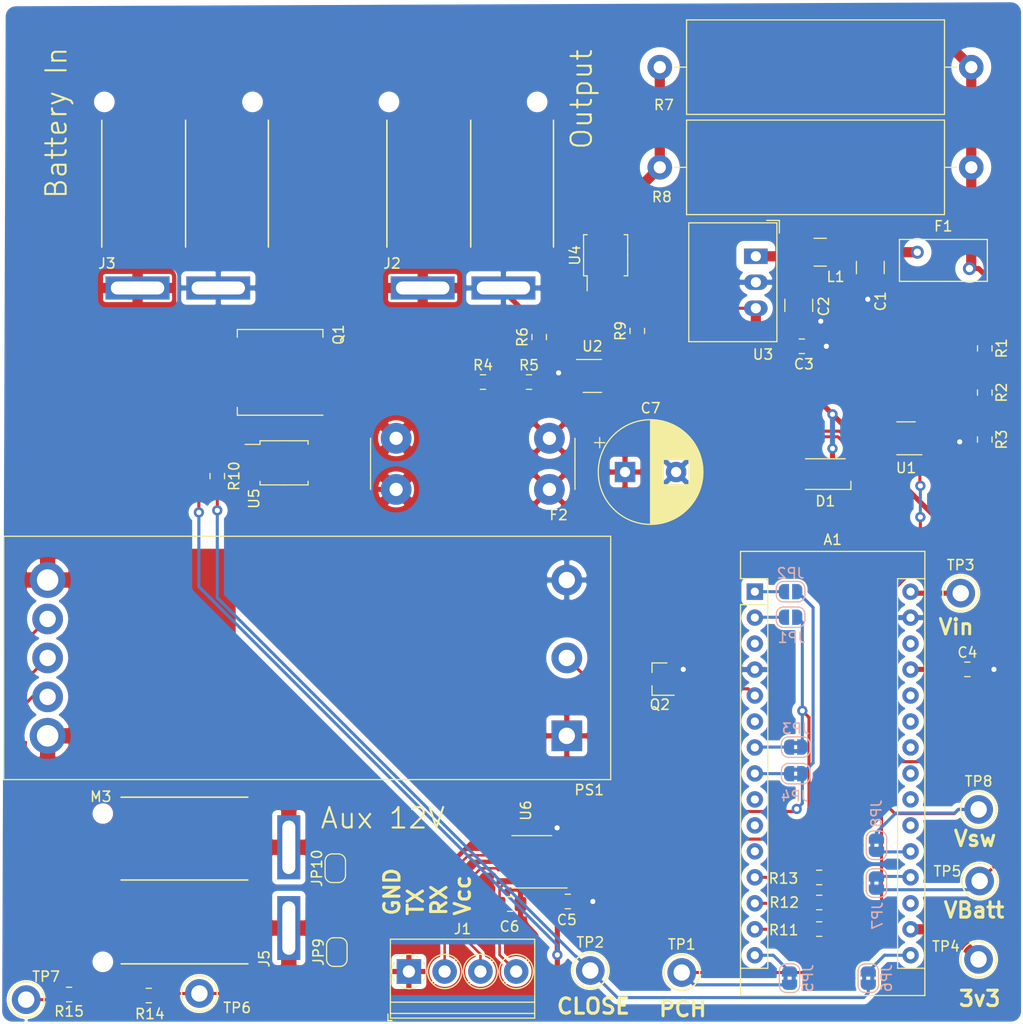
<source format=kicad_pcb>
(kicad_pcb (version 20171130) (host pcbnew "(5.1.2)-2")
  (layers (0 F.Cu signal) (31 B.Cu signal) (34 B.Paste user) (35 F.Paste user) (36 B.SilkS user) (37 F.SilkS user) (38 B.Mask user) (39 F.Mask user) (44 Edge.Cuts user))
  (net 0 "")
  (net 1 "Net-(A1-Pad16)")
  (net 2 "Net-(A1-Pad15)")
  (net 3 "Net-(A1-Pad30)")
  (net 4 +5V)
  (net 5 "Net-(A1-Pad8)")
  (net 6 "Net-(A1-Pad7)")
  (net 7 "Net-(A1-Pad20)")
  (net 8 "Net-(A1-Pad19)")
  (net 9 "Net-(A1-Pad2)")
  (net 10 "Net-(A1-Pad17)")
  (net 11 "Net-(A1-Pad1)")
  (net 12 GND)
  (net 13 "Net-(C1-Pad1)")
  (net 14 "Net-(C2-Pad1)")
  (net 15 +BATT)
  (net 16 /EXT_RX)
  (net 17 /EXT_TX)
  (net 18 /~PRECHARGE)
  (net 19 /~CLOSE)
  (net 20 /DIV_BUFF_VBATT)
  (net 21 /DIV_BUFF_VSW)
  (net 22 "Net-(Q1-PadG)")
  (net 23 +VSW)
  (net 24 "Net-(R1-Pad2)")
  (net 25 /DIV_VBATT)
  (net 26 "Net-(R4-Pad2)")
  (net 27 /DIV_VSW)
  (net 28 "Net-(R7-Pad1)")
  (net 29 "Net-(R9-Pad2)")
  (net 30 "Net-(R10-Pad1)")
  (net 31 /ISO_GND)
  (net 32 /ISO_TX)
  (net 33 /ISO_RX)
  (net 34 /ISO_VCC)
  (net 35 /LED_B)
  (net 36 /LED_G)
  (net 37 /LED_R)
  (net 38 "Net-(D1-Pad3)")
  (net 39 "Net-(D1-Pad2)")
  (net 40 "Net-(D1-Pad1)")
  (net 41 /AUX_12V_ENA)
  (net 42 /AUX_SW)
  (net 43 /AUX_12V_POS)
  (net 44 /AUX_12V_NEG)
  (net 45 "Net-(JP9-Pad1)")
  (net 46 "Net-(JP10-Pad1)")
  (net 47 "Net-(PS1-Pad6)")
  (net 48 "Net-(PS1-Pad2)")
  (module Precharger:Vishay_PowerPAK_8x8L_Single (layer F.Cu) (at 127.35 76.25 90)
    (fp_text reference Q1 (at 3.683 5.715 90) (layer F.SilkS))
    (fp_text value SQJQ480E)
    (pad D smd rect (at 0 -3.81 90) (size 7.874 0.508) (layers F.Cu F.Paste F.Mask) (net 15 +BATT))
    (pad D smd rect (at -3.556 0.889 90) (size 1.016 0.762) (layers F.Cu F.Paste F.Mask) (net 15 +BATT))
    (pad D smd rect (at 3.556 0.889 90) (size 1.016 0.762) (layers F.Cu F.Paste F.Mask) (net 15 +BATT))
    (pad D smd rect (at 0 0.0508 90) (size 6.858 4.572) (drill (offset 0 -1.778)) (layers F.Cu F.Paste F.Mask) (net 15 +BATT))
    (pad G smd rect (at -3.048 3.683 90) (size 1.016 0.762) (layers F.Cu F.Paste F.Mask) (net 22 "Net-(Q1-PadG)"))
    (pad S smd rect (at -1.016 3.683 90) (size 1.27 0.762) (layers F.Cu F.Paste F.Mask) (net 23 +VSW))
    (pad S smd rect (at 1.016 3.683 90) (size 1.27 0.762) (layers F.Cu F.Paste F.Mask) (net 23 +VSW))
    (pad S smd rect (at 3.048 3.683 90) (size 1.27 0.762) (layers F.Cu F.Paste F.Mask) (net 23 +VSW))
  )
  (module TestPoint:TestPoint_Keystone_5010-5014_Multipurpose (layer F.Cu) (at 195.7 119)
    (fp_text reference TP8 (at 0 -2.75) (layer F.SilkS))
    (fp_text value TestPoint)
    (pad 1 thru_hole circle (at 0 0) (size 2.8 2.8) (drill 1.6) (layers *.Cu *.Mask) (net 21 /DIV_BUFF_VSW))
  )
  (module TestPoint:TestPoint_Keystone_5010-5014_Multipurpose (layer F.Cu) (at 195.8 126)
    (fp_text reference TP5 (at -3.15 -0.95) (layer F.SilkS))
    (fp_text value TestPoint)
    (pad 1 thru_hole circle (at 0 0) (size 2.8 2.8) (drill 1.6) (layers *.Cu *.Mask) (net 20 /DIV_BUFF_VBATT))
  )
  (module Anderson_Powerpole:Anderson_Powerpole-45A-RA-Bottom-Pair (layer F.Cu) (at 121.3 68 180)
    (fp_text reference J3 (at 10.9 2.4) (layer F.SilkS))
    (fp_text value Anderson_PP45_Power_RA)
    (pad 1 thru_hole rect (at 7.9 0 180) (size 6.25 2.25) (drill oval 5.23 1.27) (layers *.Cu *.Mask) (net 15 +BATT))
    (pad 2 thru_hole rect (at 0 0 180) (size 6.25 2.25) (drill oval 5.23 1.27) (layers *.Cu *.Mask) (net 12 GND))
  )
  (module Anderson_Powerpole:Anderson_Powerpole-staple-Nx2 (layer F.Cu) (at 110 126.65 90)
    (fp_text reference M3 (at 8.9 -0.2 180) (layer F.SilkS))
    (fp_text value Anderson_PP45_Staple_Nx2 hide)
    (pad "" np_thru_hole circle (at 7.25 0 90) (size 1 1) (drill 1) (layers *.Cu *.Mask F.SilkS))
    (pad "" np_thru_hole circle (at -7.25 0 90) (size 1 1) (drill 1) (layers *.Cu *.Mask F.SilkS))
  )
  (module TestPoint:TestPoint_Keystone_5010-5014_Multipurpose (layer F.Cu) (at 102.5 137.6)
    (fp_text reference TP7 (at 1.95 -2.25) (layer F.SilkS))
    (fp_text value TestPoint)
    (pad 1 thru_hole circle (at 0 0) (size 2.8 2.8) (drill 1.6) (layers *.Cu *.Mask) (net 46 "Net-(JP10-Pad1)"))
  )
  (module TestPoint:TestPoint_Keystone_5010-5014_Multipurpose (layer F.Cu) (at 119.45 137)
    (fp_text reference TP6 (at 3.7 1.4) (layer F.SilkS))
    (fp_text value TestPoint)
    (pad 1 thru_hole circle (at 0 0) (size 2.8 2.8) (drill 1.6) (layers *.Cu *.Mask) (net 45 "Net-(JP9-Pad1)"))
  )
  (module Resistor_SMD:R_0805_2012Metric_Pad1.15x1.40mm_HandSolder (layer F.Cu) (at 106.7 137.1 180)
    (fp_text reference R15 (at 0 -1.65 180) (layer F.SilkS))
    (fp_text value TRIM_UP)
    (pad 2 smd roundrect (at 1.025 0 180) (size 1.15 1.4) (layers F.Cu F.Paste F.Mask) (roundrect_rratio 0.217391) (net 46 "Net-(JP10-Pad1)"))
    (pad 1 smd roundrect (at -1.025 0 180) (size 1.15 1.4) (layers F.Cu F.Paste F.Mask) (roundrect_rratio 0.217391) (net 47 "Net-(PS1-Pad6)"))
  )
  (module Resistor_SMD:R_0805_2012Metric_Pad1.15x1.40mm_HandSolder (layer F.Cu) (at 114.5 137.2)
    (fp_text reference R14 (at 0.1 1.8) (layer F.SilkS))
    (fp_text value TRIM_UP)
    (pad 2 smd roundrect (at 1.025 0) (size 1.15 1.4) (layers F.Cu F.Paste F.Mask) (roundrect_rratio 0.217391) (net 45 "Net-(JP9-Pad1)"))
    (pad 1 smd roundrect (at -1.025 0) (size 1.15 1.4) (layers F.Cu F.Paste F.Mask) (roundrect_rratio 0.217391) (net 47 "Net-(PS1-Pad6)"))
  )
  (module Package_TO_SOT_SMD:SOT-23 (layer F.Cu) (at 164.5 106.25 180)
    (fp_text reference Q2 (at 0 -2.5 180) (layer F.SilkS))
    (fp_text value BSS123)
    (pad 3 smd rect (at 1 0 180) (size 0.9 0.8) (layers F.Cu F.Paste F.Mask) (net 48 "Net-(PS1-Pad2)"))
    (pad 2 smd rect (at -1 0.95 180) (size 0.9 0.8) (layers F.Cu F.Paste F.Mask) (net 12 GND))
    (pad 1 smd rect (at -1 -0.95 180) (size 0.9 0.8) (layers F.Cu F.Paste F.Mask) (net 41 /AUX_12V_ENA))
  )
  (module General_Library:Converter_DCDC_Delta_E48SC12010_THT (layer F.Cu) (at 155.4 111.8 180)
    (fp_text reference PS1 (at -2.2 -5.3 180) (layer F.SilkS))
    (fp_text value Delta_E48SC12010NRFA)
    (pad 5 thru_hole oval (at 50.8 11.43) (size 3 3) (drill 1.6) (layers *.Cu *.Mask) (net 46 "Net-(JP10-Pad1)"))
    (pad 6 thru_hole oval (at 50.8 7.62) (size 3 3) (drill 1.6) (layers *.Cu *.Mask) (net 47 "Net-(PS1-Pad6)"))
    (pad 7 thru_hole oval (at 50.8 3.81) (size 3 3) (drill 1.6) (layers *.Cu *.Mask) (net 45 "Net-(JP9-Pad1)"))
    (pad 4 thru_hole oval (at 50.8 15.24) (size 3.5 3.5) (drill 2.1) (layers *.Cu *.Mask) (net 44 /AUX_12V_NEG))
    (pad 8 thru_hole oval (at 50.8 0) (size 3.5 3.5) (drill 2.1) (layers *.Cu *.Mask) (net 43 /AUX_12V_POS))
    (pad 3 thru_hole oval (at 0 15.24) (size 3 3) (drill 1.6) (layers *.Cu *.Mask) (net 12 GND))
    (pad 2 thru_hole oval (at 0 7.62) (size 3 3) (drill 1.6) (layers *.Cu *.Mask) (net 48 "Net-(PS1-Pad2)"))
    (pad 1 thru_hole rect (at 0 0) (size 3 3) (drill 1.6) (layers *.Cu *.Mask) (net 42 /AUX_SW))
  )
  (module Jumper:SolderJumper-2_P1.3mm_Bridged2Bar_RoundedPad1.0x1.5mm (layer F.Cu) (at 132.75 124.75 90)
    (fp_text reference JP10 (at 0 -1.8 90) (layer F.SilkS))
    (fp_text value SolderJumper_2_Bridged)
    (fp_poly (pts (xy -0.25 -0.6) (xy 0.25 -0.6) (xy 0.25 -0.2) (xy -0.25 -0.2)) (layer F.Cu) (width 0))
    (fp_poly (pts (xy -0.25 0.2) (xy 0.25 0.2) (xy 0.25 0.6) (xy -0.25 0.6)) (layer F.Cu) (width 0))
    (pad 1 smd custom (at -0.65 0 90) (size 1 0.5) (layers F.Cu F.Mask) (net 46 "Net-(JP10-Pad1)") (options (clearance outline) (anchor rect)) (primitives (gr_circle (center 0 0.25) (end 0.5 0.25) (width 0)) (gr_circle (center 0 -0.25) (end 0.5 -0.25) (width 0)) (gr_poly (pts (xy 0.5 0.75) (xy 0.5 -0.75) (xy 0 -0.75) (xy 0 0.75)) (width 0))))
    (pad 2 smd custom (at 0.65 0 90) (size 1 0.5) (layers F.Cu F.Mask) (net 44 /AUX_12V_NEG) (options (clearance outline) (anchor rect)) (primitives (gr_circle (center 0 0.25) (end 0.5 0.25) (width 0)) (gr_circle (center 0 -0.25) (end 0.5 -0.25) (width 0)) (gr_poly (pts (xy -0.5 0.75) (xy -0.5 -0.75) (xy 0 -0.75) (xy 0 0.75)) (width 0))))
  )
  (module Jumper:SolderJumper-2_P1.3mm_Bridged2Bar_RoundedPad1.0x1.5mm (layer F.Cu) (at 132.9 132.95 90)
    (fp_text reference JP9 (at 0 -1.8 90) (layer F.SilkS))
    (fp_text value SolderJumper_2_Bridged)
    (fp_poly (pts (xy -0.25 -0.6) (xy 0.25 -0.6) (xy 0.25 -0.2) (xy -0.25 -0.2)) (layer F.Cu) (width 0))
    (fp_poly (pts (xy -0.25 0.2) (xy 0.25 0.2) (xy 0.25 0.6) (xy -0.25 0.6)) (layer F.Cu) (width 0))
    (pad 1 smd custom (at -0.65 0 90) (size 1 0.5) (layers F.Cu F.Mask) (net 45 "Net-(JP9-Pad1)") (options (clearance outline) (anchor rect)) (primitives (gr_circle (center 0 0.25) (end 0.5 0.25) (width 0)) (gr_circle (center 0 -0.25) (end 0.5 -0.25) (width 0)) (gr_poly (pts (xy 0.5 0.75) (xy 0.5 -0.75) (xy 0 -0.75) (xy 0 0.75)) (width 0))))
    (pad 2 smd custom (at 0.65 0 90) (size 1 0.5) (layers F.Cu F.Mask) (net 43 /AUX_12V_POS) (options (clearance outline) (anchor rect)) (primitives (gr_circle (center 0 0.25) (end 0.5 0.25) (width 0)) (gr_circle (center 0 -0.25) (end 0.5 -0.25) (width 0)) (gr_poly (pts (xy -0.5 0.75) (xy -0.5 -0.75) (xy 0 -0.75) (xy 0 0.75)) (width 0))))
  )
  (module Anderson_Powerpole:Anderson_Powerpole-45A-RA-Bottom-Pair (layer F.Cu) (at 128.2 122.7 270)
    (fp_text reference J5 (at 10.9 2.4 270) (layer F.SilkS))
    (fp_text value Anderson_PP45_Power_RA)
    (pad 1 thru_hole rect (at 7.9 0 270) (size 6.25 2.25) (drill oval 5.23 1.27) (layers *.Cu *.Mask) (net 43 /AUX_12V_POS))
    (pad 2 thru_hole rect (at 0 0 270) (size 6.25 2.25) (drill oval 5.23 1.27) (layers *.Cu *.Mask) (net 44 /AUX_12V_NEG))
  )
  (module General_Library:Fuseholder_Clip-5x20mm_Schurter_0751_0052_Horizontal_Open (layer F.Cu) (at 153.7 87.7 180)
    (fp_text reference F2 (at -0.9 -2.5 180) (layer F.SilkS))
    (fp_text value Fuse)
    (pad 2 thru_hole circle (at 15 5 180) (size 3 3) (drill 1.3) (layers *.Cu *.Mask) (net 23 +VSW))
    (pad 1 thru_hole circle (at 0 5 180) (size 3 3) (drill 1.3) (layers *.Cu *.Mask) (net 42 /AUX_SW))
    (pad 2 thru_hole circle (at 15 0 180) (size 3 3) (drill 1.3) (layers *.Cu *.Mask) (net 23 +VSW))
    (pad 1 thru_hole circle (at 0 0 180) (size 3 3) (drill 1.3) (layers *.Cu *.Mask) (net 42 /AUX_SW))
  )
  (module Capacitor_THT:CP_Radial_D10.0mm_P5.00mm (layer F.Cu) (at 161.1 86)
    (fp_text reference C7 (at 2.5 -6.25) (layer F.SilkS))
    (fp_text value 22uF)
    (pad 2 thru_hole circle (at 5 0) (size 2 2) (drill 1) (layers *.Cu *.Mask) (net 12 GND))
    (pad 1 thru_hole rect (at 0 0) (size 2 2) (drill 1) (layers *.Cu *.Mask) (net 42 /AUX_SW))
  )
  (module TestPoint:TestPoint_Keystone_5010-5014_Multipurpose (layer F.Cu) (at 166.65 134.95)
    (fp_text reference TP1 (at 0 -2.75) (layer F.SilkS))
    (fp_text value TestPoint)
    (pad 1 thru_hole circle (at 0 0) (size 2.8 2.8) (drill 1.6) (layers *.Cu *.Mask) (net 18 /~PRECHARGE))
  )
  (module TestPoint:TestPoint_Keystone_5010-5014_Multipurpose (layer F.Cu) (at 157.7 134.75)
    (fp_text reference TP2 (at 0 -2.75) (layer F.SilkS))
    (fp_text value TestPoint)
    (pad 1 thru_hole circle (at 0 0) (size 2.8 2.8) (drill 1.6) (layers *.Cu *.Mask) (net 19 /~CLOSE))
  )
  (module Resistor_SMD:R_0805_2012Metric_Pad1.15x1.40mm_HandSolder (layer F.Cu) (at 180.1 125.65)
    (fp_text reference R13 (at -3.5 0.1 180) (layer F.SilkS))
    (fp_text value 100R)
    (pad 2 smd roundrect (at 1.025 0) (size 1.15 1.4) (layers F.Cu F.Paste F.Mask) (roundrect_rratio 0.217391) (net 38 "Net-(D1-Pad3)"))
    (pad 1 smd roundrect (at -1.025 0) (size 1.15 1.4) (layers F.Cu F.Paste F.Mask) (roundrect_rratio 0.217391) (net 35 /LED_B))
  )
  (module Resistor_SMD:R_0805_2012Metric_Pad1.15x1.40mm_HandSolder (layer F.Cu) (at 180.1 128.1)
    (fp_text reference R12 (at -3.425 0 180) (layer F.SilkS))
    (fp_text value 100R)
    (pad 2 smd roundrect (at 1.025 0) (size 1.15 1.4) (layers F.Cu F.Paste F.Mask) (roundrect_rratio 0.217391) (net 39 "Net-(D1-Pad2)"))
    (pad 1 smd roundrect (at -1.025 0) (size 1.15 1.4) (layers F.Cu F.Paste F.Mask) (roundrect_rratio 0.217391) (net 36 /LED_G))
  )
  (module Resistor_SMD:R_0805_2012Metric_Pad1.15x1.40mm_HandSolder (layer F.Cu) (at 180.1 130.7)
    (fp_text reference R11 (at -3.475 0.1 180) (layer F.SilkS))
    (fp_text value 150R)
    (pad 2 smd roundrect (at 1.025 0) (size 1.15 1.4) (layers F.Cu F.Paste F.Mask) (roundrect_rratio 0.217391) (net 40 "Net-(D1-Pad1)"))
    (pad 1 smd roundrect (at -1.025 0) (size 1.15 1.4) (layers F.Cu F.Paste F.Mask) (roundrect_rratio 0.217391) (net 37 /LED_R))
  )
  (module Jumper:SolderJumper-2_P1.3mm_Bridged2Bar_RoundedPad1.0x1.5mm (layer B.Cu) (at 184.9 135.5 90)
    (fp_text reference JP6 (at 0 1.8 270) (layer B.SilkS) (effects (justify mirror)))
    (fp_text value SolderJumper_2_Bridged)
    (fp_poly (pts (xy -0.25 0.6) (xy 0.25 0.6) (xy 0.25 0.2) (xy -0.25 0.2)) (layer B.Cu) (width 0))
    (fp_poly (pts (xy -0.25 -0.2) (xy 0.25 -0.2) (xy 0.25 -0.6) (xy -0.25 -0.6)) (layer B.Cu) (width 0))
    (pad 1 smd custom (at -0.65 0 90) (size 1 0.5) (layers B.Cu B.Mask) (net 19 /~CLOSE) (options (clearance outline) (anchor rect)) (primitives (gr_circle (center 0 -0.25) (end 0.5 -0.25) (width 0)) (gr_circle (center 0 0.25) (end 0.5 0.25) (width 0)) (gr_poly (pts (xy 0.5 -0.75) (xy 0.5 0.75) (xy 0 0.75) (xy 0 -0.75)) (width 0))))
    (pad 2 smd custom (at 0.65 0 90) (size 1 0.5) (layers B.Cu B.Mask) (net 1 "Net-(A1-Pad16)") (options (clearance outline) (anchor rect)) (primitives (gr_circle (center 0 -0.25) (end 0.5 -0.25) (width 0)) (gr_circle (center 0 0.25) (end 0.5 0.25) (width 0)) (gr_poly (pts (xy -0.5 -0.75) (xy -0.5 0.75) (xy 0 0.75) (xy 0 -0.75)) (width 0))))
  )
  (module Jumper:SolderJumper-2_P1.3mm_Bridged2Bar_RoundedPad1.0x1.5mm (layer B.Cu) (at 177.2 135.5 90)
    (fp_text reference JP5 (at 0 1.8 90) (layer B.SilkS) (effects (justify mirror)))
    (fp_text value SolderJumper_2_Bridged)
    (fp_poly (pts (xy -0.25 0.6) (xy 0.25 0.6) (xy 0.25 0.2) (xy -0.25 0.2)) (layer B.Cu) (width 0))
    (fp_poly (pts (xy -0.25 -0.2) (xy 0.25 -0.2) (xy 0.25 -0.6) (xy -0.25 -0.6)) (layer B.Cu) (width 0))
    (pad 1 smd custom (at -0.65 0 90) (size 1 0.5) (layers B.Cu B.Mask) (net 18 /~PRECHARGE) (options (clearance outline) (anchor rect)) (primitives (gr_circle (center 0 -0.25) (end 0.5 -0.25) (width 0)) (gr_circle (center 0 0.25) (end 0.5 0.25) (width 0)) (gr_poly (pts (xy 0.5 -0.75) (xy 0.5 0.75) (xy 0 0.75) (xy 0 -0.75)) (width 0))))
    (pad 2 smd custom (at 0.65 0 90) (size 1 0.5) (layers B.Cu B.Mask) (net 2 "Net-(A1-Pad15)") (options (clearance outline) (anchor rect)) (primitives (gr_circle (center 0 -0.25) (end 0.5 -0.25) (width 0)) (gr_circle (center 0 0.25) (end 0.5 0.25) (width 0)) (gr_poly (pts (xy -0.5 -0.75) (xy -0.5 0.75) (xy 0 0.75) (xy 0 -0.75)) (width 0))))
  )
  (module LED_SMD:LED_Avago_PLCC4_3.2x2.8mm_CW (layer F.Cu) (at 180.7 86.2 180)
    (fp_text reference D1 (at 0 -2.65 180) (layer F.SilkS))
    (fp_text value ASMB-MTB1-0A3A2)
    (pad 4 smd rect (at -1.5 0.75 180) (size 1.5 1.1) (layers F.Cu F.Paste F.Mask) (net 4 +5V))
    (pad 3 smd rect (at 1.5 0.75 180) (size 1.5 1.1) (layers F.Cu F.Paste F.Mask) (net 38 "Net-(D1-Pad3)"))
    (pad 2 smd rect (at 1.5 -0.75 180) (size 1.5 1.1) (layers F.Cu F.Paste F.Mask) (net 39 "Net-(D1-Pad2)"))
    (pad 1 smd rect (at -1.5 -0.75 180) (size 1.5 1.1) (layers F.Cu F.Paste F.Mask) (net 40 "Net-(D1-Pad1)"))
  )
  (module Capacitor_SMD:C_0805_2012Metric_Pad1.15x1.40mm_HandSolder (layer F.Cu) (at 149.85 128.25)
    (fp_text reference C6 (at -0.05 2.2) (layer F.SilkS))
    (fp_text value 100nF)
    (pad 2 smd roundrect (at 1.025 0) (size 1.15 1.4) (layers F.Cu F.Paste F.Mask) (roundrect_rratio 0.217391) (net 31 /ISO_GND))
    (pad 1 smd roundrect (at -1.025 0) (size 1.15 1.4) (layers F.Cu F.Paste F.Mask) (roundrect_rratio 0.217391) (net 34 /ISO_VCC))
  )
  (module TerminalBlock_Phoenix:TerminalBlock_Phoenix_PT-1,5-4-3.5-H_1x04_P3.50mm_Horizontal (layer F.Cu) (at 139.95 134.85)
    (fp_text reference J1 (at 5.25 -4.16) (layer F.SilkS))
    (fp_text value Screw_Terminal_01x04)
    (pad 4 thru_hole circle (at 10.5 0) (size 2.4 2.4) (drill 1.2) (layers *.Cu *.Mask) (net 34 /ISO_VCC))
    (pad 3 thru_hole circle (at 7 0) (size 2.4 2.4) (drill 1.2) (layers *.Cu *.Mask) (net 33 /ISO_RX))
    (pad 2 thru_hole circle (at 3.5 0) (size 2.4 2.4) (drill 1.2) (layers *.Cu *.Mask) (net 32 /ISO_TX))
    (pad 1 thru_hole rect (at 0 0) (size 2.4 2.4) (drill 1.2) (layers *.Cu *.Mask) (net 31 /ISO_GND))
  )
  (module Anderson_Powerpole:Anderson_Powerpole-staple-Nx2 (layer F.Cu) (at 117.4 49.8 180)
    (fp_text reference M2 hide)
    (fp_text value Anderson_PP45_Staple_Nx2 hide)
    (pad "" np_thru_hole circle (at 7.25 0 180) (size 1 1) (drill 1) (layers *.Cu *.Mask F.SilkS))
    (pad "" np_thru_hole circle (at -7.25 0 180) (size 1 1) (drill 1) (layers *.Cu *.Mask F.SilkS))
  )
  (module Anderson_Powerpole:Anderson_Powerpole-staple-Nx2 (layer F.Cu) (at 145.25 49.8 180)
    (fp_text reference M1 hide)
    (fp_text value Anderson_PP45_Staple_Nx2 hide)
    (pad "" np_thru_hole circle (at 7.25 0 180) (size 1 1) (drill 1) (layers *.Cu *.Mask F.SilkS))
    (pad "" np_thru_hole circle (at -7.25 0 180) (size 1 1) (drill 1) (layers *.Cu *.Mask F.SilkS))
  )
  (module Anderson_Powerpole:Anderson_Powerpole-45A-RA-Bottom-Pair (layer F.Cu) (at 149.2 68 180)
    (fp_text reference J2 (at 10.9 2.4) (layer F.SilkS))
    (fp_text value Anderson_PP45_Power_RA)
    (pad 1 thru_hole rect (at 7.9 0 180) (size 6.25 2.25) (drill oval 5.23 1.27) (layers *.Cu *.Mask) (net 23 +VSW))
    (pad 2 thru_hole rect (at 0 0 180) (size 6.25 2.25) (drill oval 5.23 1.27) (layers *.Cu *.Mask) (net 12 GND))
  )
  (module Package_SO:SOIC-8_3.9x4.9mm_P1.27mm (layer F.Cu) (at 151.98 124.12 180)
    (fp_text reference U6 (at 0.58 5.02 -90) (layer F.SilkS))
    (fp_text value ISO7321C)
    (pad 8 smd roundrect (at 2.475 -1.905 180) (size 1.95 0.6) (layers F.Cu F.Paste F.Mask) (net 34 /ISO_VCC))
    (pad 7 smd roundrect (at 2.475 -0.635 180) (size 1.95 0.6) (layers F.Cu F.Paste F.Mask) (net 33 /ISO_RX))
    (pad 6 smd roundrect (at 2.475 0.635 180) (size 1.95 0.6) (layers F.Cu F.Paste F.Mask) (net 32 /ISO_TX))
    (pad 5 smd roundrect (at 2.475 1.905 180) (size 1.95 0.6) (layers F.Cu F.Paste F.Mask) (net 31 /ISO_GND))
    (pad 4 smd roundrect (at -2.475 1.905 180) (size 1.95 0.6) (layers F.Cu F.Paste F.Mask) (net 12 GND))
    (pad 3 smd roundrect (at -2.475 0.635 180) (size 1.95 0.6) (layers F.Cu F.Paste F.Mask) (net 17 /EXT_TX))
    (pad 2 smd roundrect (at -2.475 -0.635 180) (size 1.95 0.6) (layers F.Cu F.Paste F.Mask) (net 16 /EXT_RX))
    (pad 1 smd roundrect (at -2.475 -1.905 180) (size 1.95 0.6) (layers F.Cu F.Paste F.Mask) (net 4 +5V))
  )
  (module Precharger:SOP-4_4.57x4.92mm_P2.54mm_VOM1271 (layer F.Cu) (at 127.8 85.1)
    (fp_text reference U5 (at -3 3.5 -90) (layer F.SilkS))
    (fp_text value VOM1271)
    (pad 4 smd roundrect (at 3.125 -1.27) (size 1.5 0.9) (layers F.Cu F.Paste F.Mask) (net 22 "Net-(Q1-PadG)"))
    (pad 3 smd roundrect (at 3.125 1.27) (size 1.5 0.9) (layers F.Cu F.Paste F.Mask) (net 23 +VSW))
    (pad 2 smd roundrect (at -3.125 1.27) (size 1.5 0.9) (layers F.Cu F.Paste F.Mask) (net 30 "Net-(R10-Pad1)"))
    (pad 1 smd roundrect (at -3.125 -1.27) (size 1.5 0.9) (layers F.Cu F.Paste F.Mask) (net 4 +5V))
  )
  (module Precharger:SOP-4_3.8x4.1mm_P2.54mm_CPC1004N (layer F.Cu) (at 159.2 64.8 90)
    (fp_text reference U4 (at 0 -3 -90) (layer F.SilkS))
    (fp_text value CPC1004N)
    (pad 4 smd roundrect (at 2.7 -1.27 90) (size 1.6 0.6) (layers F.Cu F.Paste F.Mask) (net 23 +VSW))
    (pad 3 smd roundrect (at 2.7 1.27 90) (size 1.6 0.6) (layers F.Cu F.Paste F.Mask) (net 28 "Net-(R7-Pad1)"))
    (pad 2 smd roundrect (at -2.7 1.27 90) (size 1.6 0.6) (layers F.Cu F.Paste F.Mask) (net 29 "Net-(R9-Pad2)"))
    (pad 1 smd roundrect (at -2.7 -1.27 90) (size 1.6 0.6) (layers F.Cu F.Paste F.Mask) (net 4 +5V))
  )
  (module Converter_DCDC:Converter_DCDC_RECOM_R-78HB-0.5_THT (layer F.Cu) (at 173.9 64.9 270)
    (fp_text reference U3 (at 9.6 -0.7 180) (layer F.SilkS))
    (fp_text value R-78HE5.0-0.3)
    (pad 3 thru_hole oval (at 5.08 0 270) (size 1.5 2.3) (drill 1) (layers *.Cu *.Mask) (net 4 +5V))
    (pad 2 thru_hole oval (at 2.54 0 270) (size 1.5 2.3) (drill 1) (layers *.Cu *.Mask) (net 12 GND))
    (pad 1 thru_hole rect (at 0 0 270) (size 1.5 2.3) (drill 1) (layers *.Cu *.Mask) (net 14 "Net-(C2-Pad1)"))
  )
  (module Package_TO_SOT_SMD:SOT-23-5_HandSoldering (layer F.Cu) (at 157.9 76.6)
    (fp_text reference U2 (at 0 -2.9) (layer F.SilkS))
    (fp_text value MCP6001-OT)
    (pad 5 smd rect (at 1.35 -0.95) (size 1.56 0.65) (layers F.Cu F.Paste F.Mask) (net 4 +5V))
    (pad 4 smd rect (at 1.35 0.95) (size 1.56 0.65) (layers F.Cu F.Paste F.Mask) (net 21 /DIV_BUFF_VSW))
    (pad 3 smd rect (at -1.35 0.95) (size 1.56 0.65) (layers F.Cu F.Paste F.Mask) (net 27 /DIV_VSW))
    (pad 2 smd rect (at -1.35 0) (size 1.56 0.65) (layers F.Cu F.Paste F.Mask) (net 12 GND))
    (pad 1 smd rect (at -1.35 -0.95) (size 1.56 0.65) (layers F.Cu F.Paste F.Mask) (net 21 /DIV_BUFF_VSW))
  )
  (module Package_TO_SOT_SMD:SOT-23-5_HandSoldering (layer F.Cu) (at 188.6 82.7 180)
    (fp_text reference U1 (at 0 -2.9 180) (layer F.SilkS))
    (fp_text value MCP6001-OT)
    (pad 5 smd rect (at 1.35 -0.95 180) (size 1.56 0.65) (layers F.Cu F.Paste F.Mask) (net 4 +5V))
    (pad 4 smd rect (at 1.35 0.95 180) (size 1.56 0.65) (layers F.Cu F.Paste F.Mask) (net 20 /DIV_BUFF_VBATT))
    (pad 3 smd rect (at -1.35 0.95 180) (size 1.56 0.65) (layers F.Cu F.Paste F.Mask) (net 25 /DIV_VBATT))
    (pad 2 smd rect (at -1.35 0 180) (size 1.56 0.65) (layers F.Cu F.Paste F.Mask) (net 12 GND))
    (pad 1 smd rect (at -1.35 -0.95 180) (size 1.56 0.65) (layers F.Cu F.Paste F.Mask) (net 20 /DIV_BUFF_VBATT))
  )
  (module TestPoint:TestPoint_Keystone_5010-5014_Multipurpose (layer F.Cu) (at 195.69 133.66)
    (fp_text reference TP4 (at -3.19 -1.26) (layer F.SilkS))
    (fp_text value TestPoint)
    (pad 1 thru_hole circle (at 0 0) (size 2.8 2.8) (drill 1.6) (layers *.Cu *.Mask) (net 10 "Net-(A1-Pad17)"))
  )
  (module TestPoint:TestPoint_Keystone_5010-5014_Multipurpose (layer F.Cu) (at 193.95 97.85)
    (fp_text reference TP3 (at 0 -2.75) (layer F.SilkS))
    (fp_text value TestPoint)
    (pad 1 thru_hole circle (at 0 0) (size 2.8 2.8) (drill 1.6) (layers *.Cu *.Mask) (net 3 "Net-(A1-Pad30)"))
  )
  (module Resistor_SMD:R_0805_2012Metric_Pad1.15x1.40mm_HandSolder (layer F.Cu) (at 121.2 86.4 270)
    (fp_text reference R10 (at 0 -1.65 90) (layer F.SilkS))
    (fp_text value 330R)
    (pad 2 smd roundrect (at 1.025 0 270) (size 1.15 1.4) (layers F.Cu F.Paste F.Mask) (roundrect_rratio 0.217391) (net 19 /~CLOSE))
    (pad 1 smd roundrect (at -1.025 0 270) (size 1.15 1.4) (layers F.Cu F.Paste F.Mask) (roundrect_rratio 0.217391) (net 30 "Net-(R10-Pad1)"))
  )
  (module Resistor_SMD:R_0805_2012Metric_Pad1.15x1.40mm_HandSolder (layer F.Cu) (at 162.3 72.2 90)
    (fp_text reference R9 (at 0 -1.65 90) (layer F.SilkS))
    (fp_text value 330R)
    (pad 2 smd roundrect (at 1.025 0 90) (size 1.15 1.4) (layers F.Cu F.Paste F.Mask) (roundrect_rratio 0.217391) (net 29 "Net-(R9-Pad2)"))
    (pad 1 smd roundrect (at -1.025 0 90) (size 1.15 1.4) (layers F.Cu F.Paste F.Mask) (roundrect_rratio 0.217391) (net 18 /~PRECHARGE))
  )
  (module Resistor_THT:R_Axial_Power_L25.0mm_W9.0mm_P30.48mm (layer F.Cu) (at 164.5 56.2)
    (fp_text reference R8 (at 0.2 2.9) (layer F.SilkS))
    (fp_text value "470R 5W")
    (pad 2 thru_hole oval (at 30.48 0) (size 2.4 2.4) (drill 1.2) (layers *.Cu *.Mask) (net 15 +BATT))
    (pad 1 thru_hole circle (at 0 0) (size 2.4 2.4) (drill 1.2) (layers *.Cu *.Mask) (net 28 "Net-(R7-Pad1)"))
  )
  (module Resistor_THT:R_Axial_Power_L25.0mm_W9.0mm_P30.48mm (layer F.Cu) (at 164.5 46.4)
    (fp_text reference R7 (at 0.4 3.7) (layer F.SilkS))
    (fp_text value "470R 5W")
    (pad 2 thru_hole oval (at 30.48 0) (size 2.4 2.4) (drill 1.2) (layers *.Cu *.Mask) (net 15 +BATT))
    (pad 1 thru_hole circle (at 0 0) (size 2.4 2.4) (drill 1.2) (layers *.Cu *.Mask) (net 28 "Net-(R7-Pad1)"))
  )
  (module Resistor_SMD:R_0805_2012Metric_Pad1.15x1.40mm_HandSolder (layer F.Cu) (at 152.7 72.8 90)
    (fp_text reference R6 (at 0 -1.65 90) (layer F.SilkS))
    (fp_text value 4.7M)
    (pad 2 smd roundrect (at 1.025 0 90) (size 1.15 1.4) (layers F.Cu F.Paste F.Mask) (roundrect_rratio 0.217391) (net 12 GND))
    (pad 1 smd roundrect (at -1.025 0 90) (size 1.15 1.4) (layers F.Cu F.Paste F.Mask) (roundrect_rratio 0.217391) (net 27 /DIV_VSW))
  )
  (module Resistor_SMD:R_0805_2012Metric_Pad1.15x1.40mm_HandSolder (layer F.Cu) (at 151.7 77.2)
    (fp_text reference R5 (at 0 -1.65) (layer F.SilkS))
    (fp_text value 47M)
    (pad 2 smd roundrect (at 1.025 0) (size 1.15 1.4) (layers F.Cu F.Paste F.Mask) (roundrect_rratio 0.217391) (net 27 /DIV_VSW))
    (pad 1 smd roundrect (at -1.025 0) (size 1.15 1.4) (layers F.Cu F.Paste F.Mask) (roundrect_rratio 0.217391) (net 26 "Net-(R4-Pad2)"))
  )
  (module Resistor_SMD:R_0805_2012Metric_Pad1.15x1.40mm_HandSolder (layer F.Cu) (at 147.2 77.2)
    (fp_text reference R4 (at 0 -1.65) (layer F.SilkS))
    (fp_text value 47M)
    (pad 2 smd roundrect (at 1.025 0) (size 1.15 1.4) (layers F.Cu F.Paste F.Mask) (roundrect_rratio 0.217391) (net 26 "Net-(R4-Pad2)"))
    (pad 1 smd roundrect (at -1.025 0) (size 1.15 1.4) (layers F.Cu F.Paste F.Mask) (roundrect_rratio 0.217391) (net 23 +VSW))
  )
  (module Resistor_SMD:R_0805_2012Metric_Pad1.15x1.40mm_HandSolder (layer F.Cu) (at 196.3 82.825 270)
    (fp_text reference R3 (at 0 -1.65 270) (layer F.SilkS))
    (fp_text value 4.7M)
    (pad 2 smd roundrect (at 1.025 0 270) (size 1.15 1.4) (layers F.Cu F.Paste F.Mask) (roundrect_rratio 0.217391) (net 12 GND))
    (pad 1 smd roundrect (at -1.025 0 270) (size 1.15 1.4) (layers F.Cu F.Paste F.Mask) (roundrect_rratio 0.217391) (net 25 /DIV_VBATT))
  )
  (module Resistor_SMD:R_0805_2012Metric_Pad1.15x1.40mm_HandSolder (layer F.Cu) (at 196.3 78.225 270)
    (fp_text reference R2 (at 0 -1.65 270) (layer F.SilkS))
    (fp_text value 47M)
    (pad 2 smd roundrect (at 1.025 0 270) (size 1.15 1.4) (layers F.Cu F.Paste F.Mask) (roundrect_rratio 0.217391) (net 25 /DIV_VBATT))
    (pad 1 smd roundrect (at -1.025 0 270) (size 1.15 1.4) (layers F.Cu F.Paste F.Mask) (roundrect_rratio 0.217391) (net 24 "Net-(R1-Pad2)"))
  )
  (module Resistor_SMD:R_0805_2012Metric_Pad1.15x1.40mm_HandSolder (layer F.Cu) (at 196.3 73.9 270)
    (fp_text reference R1 (at 0 -1.65 270) (layer F.SilkS))
    (fp_text value 47M)
    (pad 2 smd roundrect (at 1.025 0 270) (size 1.15 1.4) (layers F.Cu F.Paste F.Mask) (roundrect_rratio 0.217391) (net 24 "Net-(R1-Pad2)"))
    (pad 1 smd roundrect (at -1.025 0 270) (size 1.15 1.4) (layers F.Cu F.Paste F.Mask) (roundrect_rratio 0.217391) (net 15 +BATT))
  )
  (module Inductor_SMD:L_1210_3225Metric_Pad1.42x2.65mm_HandSolder (layer F.Cu) (at 180.2 64.5 180)
    (fp_text reference L1 (at -1.5 -2.4) (layer F.SilkS))
    (fp_text value 68uH)
    (pad 2 smd roundrect (at 1.4875 0 180) (size 1.425 2.65) (layers F.Cu F.Paste F.Mask) (roundrect_rratio 0.175439) (net 14 "Net-(C2-Pad1)"))
    (pad 1 smd roundrect (at -1.4875 0 180) (size 1.425 2.65) (layers F.Cu F.Paste F.Mask) (roundrect_rratio 0.175439) (net 13 "Net-(C1-Pad1)"))
  )
  (module Jumper:SolderJumper-2_P1.3mm_Bridged2Bar_RoundedPad1.0x1.5mm (layer B.Cu) (at 185.7 122.5 90)
    (fp_text reference JP8 (at 3.1 0 90) (layer B.SilkS) (effects (justify mirror)))
    (fp_text value SolderJumper_2_Bridged hide)
    (fp_poly (pts (xy -0.25 0.6) (xy 0.25 0.6) (xy 0.25 0.2) (xy -0.25 0.2)) (layer B.Cu) (width 0))
    (fp_poly (pts (xy -0.25 -0.2) (xy 0.25 -0.2) (xy 0.25 -0.6) (xy -0.25 -0.6)) (layer B.Cu) (width 0))
    (pad 1 smd custom (at -0.65 0 90) (size 1 0.5) (layers B.Cu B.Mask) (net 7 "Net-(A1-Pad20)") (options (clearance outline) (anchor rect)) (primitives (gr_circle (center 0 -0.25) (end 0.5 -0.25) (width 0)) (gr_circle (center 0 0.25) (end 0.5 0.25) (width 0)) (gr_poly (pts (xy 0.5 -0.75) (xy 0.5 0.75) (xy 0 0.75) (xy 0 -0.75)) (width 0))))
    (pad 2 smd custom (at 0.65 0 90) (size 1 0.5) (layers B.Cu B.Mask) (net 21 /DIV_BUFF_VSW) (options (clearance outline) (anchor rect)) (primitives (gr_circle (center 0 -0.25) (end 0.5 -0.25) (width 0)) (gr_circle (center 0 0.25) (end 0.5 0.25) (width 0)) (gr_poly (pts (xy -0.5 -0.75) (xy -0.5 0.75) (xy 0 0.75) (xy 0 -0.75)) (width 0))))
  )
  (module Jumper:SolderJumper-2_P1.3mm_Bridged2Bar_RoundedPad1.0x1.5mm (layer B.Cu) (at 185.7 126.2 270)
    (fp_text reference JP7 (at 3.2 -0.1 90) (layer B.SilkS) (effects (justify mirror)))
    (fp_text value SolderJumper_2_Bridged)
    (fp_poly (pts (xy -0.25 0.6) (xy 0.25 0.6) (xy 0.25 0.2) (xy -0.25 0.2)) (layer B.Cu) (width 0))
    (fp_poly (pts (xy -0.25 -0.2) (xy 0.25 -0.2) (xy 0.25 -0.6) (xy -0.25 -0.6)) (layer B.Cu) (width 0))
    (pad 1 smd custom (at -0.65 0 270) (size 1 0.5) (layers B.Cu B.Mask) (net 8 "Net-(A1-Pad19)") (options (clearance outline) (anchor rect)) (primitives (gr_circle (center 0 -0.25) (end 0.5 -0.25) (width 0)) (gr_circle (center 0 0.25) (end 0.5 0.25) (width 0)) (gr_poly (pts (xy 0.5 -0.75) (xy 0.5 0.75) (xy 0 0.75) (xy 0 -0.75)) (width 0))))
    (pad 2 smd custom (at 0.65 0 270) (size 1 0.5) (layers B.Cu B.Mask) (net 20 /DIV_BUFF_VBATT) (options (clearance outline) (anchor rect)) (primitives (gr_circle (center 0 -0.25) (end 0.5 -0.25) (width 0)) (gr_circle (center 0 0.25) (end 0.5 0.25) (width 0)) (gr_poly (pts (xy -0.5 -0.75) (xy -0.5 0.75) (xy 0 0.75) (xy 0 -0.75)) (width 0))))
  )
  (module Jumper:SolderJumper-2_P1.3mm_Bridged2Bar_RoundedPad1.0x1.5mm (layer B.Cu) (at 177.8 115.5 180)
    (fp_text reference JP4 (at 0.1 -2.2) (layer B.SilkS) (effects (justify mirror)))
    (fp_text value SolderJumper_2_Bridged)
    (fp_poly (pts (xy -0.25 0.6) (xy 0.25 0.6) (xy 0.25 0.2) (xy -0.25 0.2)) (layer B.Cu) (width 0))
    (fp_poly (pts (xy -0.25 -0.2) (xy 0.25 -0.2) (xy 0.25 -0.6) (xy -0.25 -0.6)) (layer B.Cu) (width 0))
    (pad 1 smd custom (at -0.65 0 180) (size 1 0.5) (layers B.Cu B.Mask) (net 17 /EXT_TX) (options (clearance outline) (anchor rect)) (primitives (gr_circle (center 0 -0.25) (end 0.5 -0.25) (width 0)) (gr_circle (center 0 0.25) (end 0.5 0.25) (width 0)) (gr_poly (pts (xy 0.5 -0.75) (xy 0.5 0.75) (xy 0 0.75) (xy 0 -0.75)) (width 0))))
    (pad 2 smd custom (at 0.65 0 180) (size 1 0.5) (layers B.Cu B.Mask) (net 5 "Net-(A1-Pad8)") (options (clearance outline) (anchor rect)) (primitives (gr_circle (center 0 -0.25) (end 0.5 -0.25) (width 0)) (gr_circle (center 0 0.25) (end 0.5 0.25) (width 0)) (gr_poly (pts (xy -0.5 -0.75) (xy -0.5 0.75) (xy 0 0.75) (xy 0 -0.75)) (width 0))))
  )
  (module Jumper:SolderJumper-2_P1.3mm_Bridged2Bar_RoundedPad1.0x1.5mm (layer B.Cu) (at 177.8 112.9 180)
    (fp_text reference JP3 (at 0 1.8) (layer B.SilkS) (effects (justify mirror)))
    (fp_text value SolderJumper_2_Bridged)
    (fp_poly (pts (xy -0.25 0.6) (xy 0.25 0.6) (xy 0.25 0.2) (xy -0.25 0.2)) (layer B.Cu) (width 0))
    (fp_poly (pts (xy -0.25 -0.2) (xy 0.25 -0.2) (xy 0.25 -0.6) (xy -0.25 -0.6)) (layer B.Cu) (width 0))
    (pad 1 smd custom (at -0.65 0 180) (size 1 0.5) (layers B.Cu B.Mask) (net 16 /EXT_RX) (options (clearance outline) (anchor rect)) (primitives (gr_circle (center 0 -0.25) (end 0.5 -0.25) (width 0)) (gr_circle (center 0 0.25) (end 0.5 0.25) (width 0)) (gr_poly (pts (xy 0.5 -0.75) (xy 0.5 0.75) (xy 0 0.75) (xy 0 -0.75)) (width 0))))
    (pad 2 smd custom (at 0.65 0 180) (size 1 0.5) (layers B.Cu B.Mask) (net 6 "Net-(A1-Pad7)") (options (clearance outline) (anchor rect)) (primitives (gr_circle (center 0 -0.25) (end 0.5 -0.25) (width 0)) (gr_circle (center 0 0.25) (end 0.5 0.25) (width 0)) (gr_poly (pts (xy -0.5 -0.75) (xy -0.5 0.75) (xy 0 0.75) (xy 0 -0.75)) (width 0))))
  )
  (module Jumper:SolderJumper-2_P1.3mm_Open_RoundedPad1.0x1.5mm (layer B.Cu) (at 177.3 97.7 180)
    (fp_text reference JP2 (at 0 1.8) (layer B.SilkS) (effects (justify mirror)))
    (fp_text value SolderJumper_2_Open)
    (pad 2 smd custom (at 0.65 0 180) (size 1 0.5) (layers B.Cu B.Mask) (net 11 "Net-(A1-Pad1)") (options (clearance outline) (anchor rect)) (primitives (gr_circle (center 0 -0.25) (end 0.5 -0.25) (width 0)) (gr_circle (center 0 0.25) (end 0.5 0.25) (width 0)) (gr_poly (pts (xy 0 0.75) (xy -0.5 0.75) (xy -0.5 -0.75) (xy 0 -0.75)) (width 0))))
    (pad 1 smd custom (at -0.65 0 180) (size 1 0.5) (layers B.Cu B.Mask) (net 17 /EXT_TX) (options (clearance outline) (anchor rect)) (primitives (gr_circle (center 0 -0.25) (end 0.5 -0.25) (width 0)) (gr_circle (center 0 0.25) (end 0.5 0.25) (width 0)) (gr_poly (pts (xy 0 0.75) (xy 0.5 0.75) (xy 0.5 -0.75) (xy 0 -0.75)) (width 0))))
  )
  (module Jumper:SolderJumper-2_P1.3mm_Open_RoundedPad1.0x1.5mm (layer B.Cu) (at 177.3 100.2 180)
    (fp_text reference JP1 (at -0.1 -2) (layer B.SilkS) (effects (justify mirror)))
    (fp_text value SolderJumper_2_Open)
    (pad 2 smd custom (at 0.65 0 180) (size 1 0.5) (layers B.Cu B.Mask) (net 9 "Net-(A1-Pad2)") (options (clearance outline) (anchor rect)) (primitives (gr_circle (center 0 -0.25) (end 0.5 -0.25) (width 0)) (gr_circle (center 0 0.25) (end 0.5 0.25) (width 0)) (gr_poly (pts (xy 0 0.75) (xy -0.5 0.75) (xy -0.5 -0.75) (xy 0 -0.75)) (width 0))))
    (pad 1 smd custom (at -0.65 0 180) (size 1 0.5) (layers B.Cu B.Mask) (net 16 /EXT_RX) (options (clearance outline) (anchor rect)) (primitives (gr_circle (center 0 -0.25) (end 0.5 -0.25) (width 0)) (gr_circle (center 0 0.25) (end 0.5 0.25) (width 0)) (gr_poly (pts (xy 0 0.75) (xy 0.5 0.75) (xy 0.5 -0.75) (xy 0 -0.75)) (width 0))))
  )
  (module Fuse:Fuse_BelFuse_0ZRE0008FF_L8.3mm_W3.8mm (layer F.Cu) (at 189.7 64.5)
    (fp_text reference F1 (at 2.54 -2.54) (layer F.SilkS))
    (fp_text value Polyfuse)
    (pad 1 thru_hole circle (at 0 0) (size 1.27 1.27) (drill 0.71) (layers *.Cu *.Mask) (net 13 "Net-(C1-Pad1)"))
    (pad 2 thru_hole circle (at 5.1 1.6) (size 1.27 1.27) (drill 0.71) (layers *.Cu *.Mask) (net 15 +BATT))
  )
  (module Capacitor_SMD:C_0805_2012Metric_Pad1.15x1.40mm_HandSolder (layer F.Cu) (at 155.5 128)
    (fp_text reference C5 (at -0.1 1.8) (layer F.SilkS))
    (fp_text value 100nF)
    (pad 2 smd roundrect (at 1.025 0) (size 1.15 1.4) (layers F.Cu F.Paste F.Mask) (roundrect_rratio 0.217391) (net 12 GND))
    (pad 1 smd roundrect (at -1.025 0) (size 1.15 1.4) (layers F.Cu F.Paste F.Mask) (roundrect_rratio 0.217391) (net 4 +5V))
  )
  (module Capacitor_SMD:C_0805_2012Metric_Pad1.15x1.40mm_HandSolder (layer F.Cu) (at 194.6 105.3)
    (fp_text reference C4 (at 0 -1.65) (layer F.SilkS))
    (fp_text value 10uF)
    (pad 2 smd roundrect (at 1.025 0) (size 1.15 1.4) (layers F.Cu F.Paste F.Mask) (roundrect_rratio 0.217391) (net 12 GND))
    (pad 1 smd roundrect (at -1.025 0) (size 1.15 1.4) (layers F.Cu F.Paste F.Mask) (roundrect_rratio 0.217391) (net 4 +5V))
  )
  (module Capacitor_SMD:C_0805_2012Metric_Pad1.15x1.40mm_HandSolder (layer F.Cu) (at 178.4 73.7)
    (fp_text reference C3 (at 0.2 1.75) (layer F.SilkS))
    (fp_text value 10uF)
    (pad 2 smd roundrect (at 1.025 0) (size 1.15 1.4) (layers F.Cu F.Paste F.Mask) (roundrect_rratio 0.217391) (net 12 GND))
    (pad 1 smd roundrect (at -1.025 0) (size 1.15 1.4) (layers F.Cu F.Paste F.Mask) (roundrect_rratio 0.217391) (net 4 +5V))
  )
  (module Capacitor_SMD:C_1210_3225Metric_Pad1.42x2.65mm_HandSolder (layer F.Cu) (at 178.1 69.7 270)
    (fp_text reference C2 (at 0.1 -2.45 90) (layer F.SilkS))
    (fp_text value 2.2uF)
    (pad 2 smd roundrect (at 1.4875 0 270) (size 1.425 2.65) (layers F.Cu F.Paste F.Mask) (roundrect_rratio 0.175439) (net 12 GND))
    (pad 1 smd roundrect (at -1.4875 0 270) (size 1.425 2.65) (layers F.Cu F.Paste F.Mask) (roundrect_rratio 0.175439) (net 14 "Net-(C2-Pad1)"))
  )
  (module Capacitor_SMD:C_1210_3225Metric_Pad1.42x2.65mm_HandSolder (layer F.Cu) (at 185.1 66 270)
    (fp_text reference C1 (at 3.3 -1 270) (layer F.SilkS))
    (fp_text value 2.2uF)
    (pad 2 smd roundrect (at 1.4875 0 270) (size 1.425 2.65) (layers F.Cu F.Paste F.Mask) (roundrect_rratio 0.175439) (net 12 GND))
    (pad 1 smd roundrect (at -1.4875 0 270) (size 1.425 2.65) (layers F.Cu F.Paste F.Mask) (roundrect_rratio 0.175439) (net 13 "Net-(C1-Pad1)"))
  )
  (module Module:Arduino_Nano (layer F.Cu) (at 173.8 97.7)
    (fp_text reference A1 (at 7.62 -5.08) (layer F.SilkS))
    (fp_text value Arduino_Nano_v3.x)
    (pad 16 thru_hole oval (at 15.24 35.56) (size 1.6 1.6) (drill 0.8) (layers *.Cu *.Mask) (net 1 "Net-(A1-Pad16)"))
    (pad 15 thru_hole oval (at 0 35.56) (size 1.6 1.6) (drill 0.8) (layers *.Cu *.Mask) (net 2 "Net-(A1-Pad15)"))
    (pad 30 thru_hole oval (at 15.24 0) (size 1.6 1.6) (drill 0.8) (layers *.Cu *.Mask) (net 3 "Net-(A1-Pad30)"))
    (pad 14 thru_hole oval (at 0 33.02) (size 1.6 1.6) (drill 0.8) (layers *.Cu *.Mask) (net 37 /LED_R))
    (pad 29 thru_hole oval (at 15.24 2.54) (size 1.6 1.6) (drill 0.8) (layers *.Cu *.Mask) (net 12 GND))
    (pad 13 thru_hole oval (at 0 30.48) (size 1.6 1.6) (drill 0.8) (layers *.Cu *.Mask) (net 36 /LED_G))
    (pad 28 thru_hole oval (at 15.24 5.08) (size 1.6 1.6) (drill 0.8) (layers *.Cu *.Mask))
    (pad 12 thru_hole oval (at 0 27.94) (size 1.6 1.6) (drill 0.8) (layers *.Cu *.Mask) (net 35 /LED_B))
    (pad 27 thru_hole oval (at 15.24 7.62) (size 1.6 1.6) (drill 0.8) (layers *.Cu *.Mask) (net 4 +5V))
    (pad 11 thru_hole oval (at 0 25.4) (size 1.6 1.6) (drill 0.8) (layers *.Cu *.Mask))
    (pad 26 thru_hole oval (at 15.24 10.16) (size 1.6 1.6) (drill 0.8) (layers *.Cu *.Mask))
    (pad 10 thru_hole oval (at 0 22.86) (size 1.6 1.6) (drill 0.8) (layers *.Cu *.Mask))
    (pad 25 thru_hole oval (at 15.24 12.7) (size 1.6 1.6) (drill 0.8) (layers *.Cu *.Mask))
    (pad 9 thru_hole oval (at 0 20.32) (size 1.6 1.6) (drill 0.8) (layers *.Cu *.Mask))
    (pad 24 thru_hole oval (at 15.24 15.24) (size 1.6 1.6) (drill 0.8) (layers *.Cu *.Mask))
    (pad 8 thru_hole oval (at 0 17.78) (size 1.6 1.6) (drill 0.8) (layers *.Cu *.Mask) (net 5 "Net-(A1-Pad8)"))
    (pad 23 thru_hole oval (at 15.24 17.78) (size 1.6 1.6) (drill 0.8) (layers *.Cu *.Mask))
    (pad 7 thru_hole oval (at 0 15.24) (size 1.6 1.6) (drill 0.8) (layers *.Cu *.Mask) (net 6 "Net-(A1-Pad7)"))
    (pad 22 thru_hole oval (at 15.24 20.32) (size 1.6 1.6) (drill 0.8) (layers *.Cu *.Mask))
    (pad 6 thru_hole oval (at 0 12.7) (size 1.6 1.6) (drill 0.8) (layers *.Cu *.Mask))
    (pad 21 thru_hole oval (at 15.24 22.86) (size 1.6 1.6) (drill 0.8) (layers *.Cu *.Mask))
    (pad 5 thru_hole oval (at 0 10.16) (size 1.6 1.6) (drill 0.8) (layers *.Cu *.Mask) (net 41 /AUX_12V_ENA))
    (pad 20 thru_hole oval (at 15.24 25.4) (size 1.6 1.6) (drill 0.8) (layers *.Cu *.Mask) (net 7 "Net-(A1-Pad20)"))
    (pad 4 thru_hole oval (at 0 7.62) (size 1.6 1.6) (drill 0.8) (layers *.Cu *.Mask) (net 12 GND))
    (pad 19 thru_hole oval (at 15.24 27.94) (size 1.6 1.6) (drill 0.8) (layers *.Cu *.Mask) (net 8 "Net-(A1-Pad19)"))
    (pad 3 thru_hole oval (at 0 5.08) (size 1.6 1.6) (drill 0.8) (layers *.Cu *.Mask))
    (pad 18 thru_hole oval (at 15.24 30.48) (size 1.6 1.6) (drill 0.8) (layers *.Cu *.Mask))
    (pad 2 thru_hole oval (at 0 2.54) (size 1.6 1.6) (drill 0.8) (layers *.Cu *.Mask) (net 9 "Net-(A1-Pad2)"))
    (pad 17 thru_hole oval (at 15.24 33.02) (size 1.6 1.6) (drill 0.8) (layers *.Cu *.Mask) (net 10 "Net-(A1-Pad17)"))
    (pad 1 thru_hole rect (at 0 0) (size 1.6 1.6) (drill 0.8) (layers *.Cu *.Mask) (net 11 "Net-(A1-Pad1)"))
  )
  (gr_text "Output\n" (at 156.85 49.55 90) (layer F.SilkS) (effects (font (size 2 2) (thickness 0.2))))
  (gr_text "Battery In" (at 105.45 51.85 90) (layer F.SilkS) (effects (font (size 2 2) (thickness 0.2))))
  (gr_text "Aux 12V" (at 137.4 119.85) (layer F.SilkS) (effects (font (size 2 2) (thickness 0.2))))
  (gr_text Vcc (at 145.2 127.407143 90) (layer F.SilkS) (effects (font (size 1.5 1.5) (thickness 0.3))))
  (gr_text RX (at 142.9 127.871429 90) (layer F.SilkS) (effects (font (size 1.5 1.5) (thickness 0.3))))
  (gr_text TX (at 140.6 128.05 90) (layer F.SilkS) (effects (font (size 1.5 1.5) (thickness 0.3))))
  (gr_text GND (at 138.3 127.05 90) (layer F.SilkS) (effects (font (size 1.5 1.5) (thickness 0.3))))
  (gr_text Vin (at 193.5 101.15) (layer F.SilkS) (effects (font (size 1.5 1.5) (thickness 0.3))))
  (gr_text Vsw (at 195.35 121.85) (layer F.SilkS) (effects (font (size 1.5 1.5) (thickness 0.3))))
  (gr_text VBatt (at 195.25 128.85) (layer F.SilkS) (effects (font (size 1.5 1.5) (thickness 0.3))))
  (gr_text 3v3 (at 195.8 137.5) (layer F.SilkS) (effects (font (size 1.5 1.5) (thickness 0.3))))
  (gr_text CLOSE (at 158 138.25) (layer F.SilkS) (effects (font (size 1.5 1.5) (thickness 0.3))))
  (gr_text PCH (at 166.75 138.5) (layer F.SilkS) (effects (font (size 1.5 1.5) (thickness 0.3))))
  (segment (start 186.49 133.26) (end 184.9 134.85) (width 0.3) (layer B.Cu) (net 1))
  (segment (start 189.04 133.26) (end 186.49 133.26) (width 0.3) (layer B.Cu) (net 1))
  (segment (start 175.61 133.26) (end 177.2 134.85) (width 0.3) (layer B.Cu) (net 2))
  (segment (start 173.8 133.26) (end 175.61 133.26) (width 0.3) (layer B.Cu) (net 2))
  (segment (start 189.19 97.85) (end 189.04 97.7) (width 0.5) (layer F.Cu) (net 3))
  (segment (start 193.95 97.85) (end 189.19 97.85) (width 0.5) (layer F.Cu) (net 3))
  (segment (start 177.375 73.7) (end 175.5 73.7) (width 1) (layer F.Cu) (net 4))
  (segment (start 173.9 72.1) (end 173.9 69.98) (width 1) (layer F.Cu) (net 4))
  (segment (start 175.5 73.7) (end 173.9 72.1) (width 1) (layer F.Cu) (net 4))
  (segment (start 159.25 75.65) (end 159.25 71.95) (width 0.25) (layer F.Cu) (net 4))
  (segment (start 157.93 70.63) (end 157.93 67.5) (width 0.25) (layer F.Cu) (net 4))
  (segment (start 159.25 71.95) (end 157.93 70.63) (width 0.25) (layer F.Cu) (net 4))
  (segment (start 182.4 85.45) (end 182.2 85.45) (width 0.5) (layer F.Cu) (net 4))
  (segment (start 157.93 67.5) (end 159.13 66.3) (width 0.3) (layer F.Cu) (net 4))
  (segment (start 159.13 66.3) (end 162.15 66.3) (width 0.3) (layer F.Cu) (net 4))
  (segment (start 165.83 69.98) (end 173.9 69.98) (width 0.3) (layer F.Cu) (net 4))
  (segment (start 162.15 66.3) (end 165.83 69.98) (width 0.3) (layer F.Cu) (net 4))
  (segment (start 177.375 74.23) (end 177.375 73.7) (width 0.3) (layer F.Cu) (net 4))
  (segment (start 187.25 83.65) (end 186.795 83.65) (width 0.3) (layer F.Cu) (net 4))
  (segment (start 193.575 109.025) (end 198.95 114.4) (width 0.5) (layer F.Cu) (net 4))
  (segment (start 193.575 105.3) (end 193.575 109.025) (width 0.5) (layer F.Cu) (net 4))
  (segment (start 198.95 135.4) (end 195.05 139.3) (width 0.5) (layer F.Cu) (net 4))
  (segment (start 195.05 139.3) (end 157.55 139.3) (width 0.5) (layer F.Cu) (net 4))
  (segment (start 198.95 114.4) (end 198.95 135.4) (width 0.5) (layer F.Cu) (net 4))
  (segment (start 157.55 139.3) (end 154.475 136.225) (width 0.5) (layer F.Cu) (net 4))
  (segment (start 154.455 127.98) (end 154.475 128) (width 0.5) (layer F.Cu) (net 4))
  (segment (start 154.455 126.025) (end 154.455 127.98) (width 0.5) (layer F.Cu) (net 4))
  (via (at 154.475 133.225) (size 1) (drill 0.5) (layers F.Cu B.Cu) (net 4))
  (segment (start 154.475 132.725) (end 154.475 128) (width 0.5) (layer F.Cu) (net 4))
  (segment (start 154.475 136.225) (end 154.475 132.725) (width 0.5) (layer F.Cu) (net 4))
  (via (at 119.4 89.95) (size 1) (drill 0.5) (layers F.Cu B.Cu) (net 4))
  (segment (start 119.4 89.95) (end 119.4 84.75) (width 0.3) (layer F.Cu) (net 4))
  (segment (start 120.32 83.83) (end 124.675 83.83) (width 0.3) (layer F.Cu) (net 4))
  (segment (start 119.4 84.75) (end 120.32 83.83) (width 0.3) (layer F.Cu) (net 4))
  (segment (start 154.475 132.28212) (end 154.475 133.225) (width 0.3) (layer B.Cu) (net 4))
  (segment (start 119.4 89.95) (end 119.4 97.20712) (width 0.3) (layer B.Cu) (net 4))
  (segment (start 119.4 97.20712) (end 154.475 132.28212) (width 0.3) (layer B.Cu) (net 4))
  (segment (start 189.06 105.3) (end 189.04 105.32) (width 0.5) (layer F.Cu) (net 4))
  (segment (start 193.575 105.3) (end 189.06 105.3) (width 0.5) (layer F.Cu) (net 4))
  (segment (start 177.375 73.7) (end 177.375 76.325) (width 0.5) (layer F.Cu) (net 4))
  (segment (start 184.7 83.65) (end 184.5 83.45) (width 0.3) (layer F.Cu) (net 4))
  (segment (start 187.25 83.65) (end 184.7 83.65) (width 0.3) (layer F.Cu) (net 4))
  (segment (start 196.55 95.5) (end 184.5 83.45) (width 0.5) (layer F.Cu) (net 4))
  (segment (start 196.55 99.05) (end 196.55 95.5) (width 0.5) (layer F.Cu) (net 4))
  (segment (start 193.6 102.05) (end 196.6 99.05) (width 0.5) (layer F.Cu) (net 4))
  (segment (start 193.575 102.075) (end 193.6 102.05) (width 0.5) (layer F.Cu) (net 4))
  (segment (start 193.575 105.3) (end 193.575 102.075) (width 0.5) (layer F.Cu) (net 4))
  (via (at 181.4 80.35) (size 1) (drill 0.5) (layers F.Cu B.Cu) (net 4))
  (segment (start 181.4 80.35) (end 184.5 83.45) (width 0.5) (layer F.Cu) (net 4))
  (segment (start 177.375 76.325) (end 181.4 80.35) (width 0.5) (layer F.Cu) (net 4))
  (via (at 181.4 83.7) (size 1) (drill 0.5) (layers F.Cu B.Cu) (net 4))
  (segment (start 181.4 80.35) (end 181.4 83.7) (width 0.5) (layer B.Cu) (net 4))
  (segment (start 181.4 84.65) (end 182.2 85.45) (width 0.5) (layer F.Cu) (net 4))
  (segment (start 181.4 83.7) (end 181.4 84.65) (width 0.5) (layer F.Cu) (net 4))
  (segment (start 173.82 115.5) (end 173.8 115.48) (width 0.3) (layer B.Cu) (net 5))
  (segment (start 177.15 115.5) (end 173.82 115.5) (width 0.3) (layer B.Cu) (net 5))
  (segment (start 173.84 112.9) (end 173.8 112.94) (width 0.3) (layer B.Cu) (net 6))
  (segment (start 177.15 112.9) (end 173.84 112.9) (width 0.3) (layer B.Cu) (net 6))
  (segment (start 188.99 123.15) (end 189.04 123.1) (width 0.3) (layer B.Cu) (net 7))
  (segment (start 185.7 123.15) (end 188.99 123.15) (width 0.3) (layer B.Cu) (net 7))
  (segment (start 188.95 125.55) (end 189.04 125.64) (width 0.3) (layer B.Cu) (net 8))
  (segment (start 185.7 125.55) (end 188.95 125.55) (width 0.3) (layer B.Cu) (net 8))
  (segment (start 173.84 100.2) (end 173.8 100.24) (width 0.3) (layer B.Cu) (net 9))
  (segment (start 176.65 100.2) (end 173.84 100.2) (width 0.3) (layer B.Cu) (net 9))
  (segment (start 192.75 130.72) (end 195.69 133.66) (width 1) (layer F.Cu) (net 10))
  (segment (start 189.04 130.72) (end 192.75 130.72) (width 1) (layer F.Cu) (net 10))
  (segment (start 176.65 97.7) (end 173.8 97.7) (width 0.3) (layer B.Cu) (net 11))
  (segment (start 195.15 82.7) (end 196.3 83.85) (width 0.5) (layer F.Cu) (net 12))
  (via (at 154.6 76.3) (size 1) (drill 0.5) (layers F.Cu B.Cu) (net 12))
  (segment (start 156.55 76.6) (end 154.9 76.6) (width 0.5) (layer F.Cu) (net 12))
  (segment (start 154.9 76.6) (end 154.6 76.3) (width 0.5) (layer F.Cu) (net 12))
  (segment (start 149.2 68.275) (end 149.2 68) (width 0.5) (layer F.Cu) (net 12))
  (segment (start 152.7 71.775) (end 149.2 68.275) (width 0.5) (layer F.Cu) (net 12))
  (via (at 184.85 69.1) (size 1) (drill 0.5) (layers F.Cu B.Cu) (net 12))
  (segment (start 185.1 67.4875) (end 185.1 68.85) (width 0.5) (layer F.Cu) (net 12))
  (segment (start 185.1 68.85) (end 184.85 69.1) (width 0.5) (layer F.Cu) (net 12))
  (via (at 180.25 71.25) (size 1) (drill 0.5) (layers F.Cu B.Cu) (net 12))
  (segment (start 178.1 71.1875) (end 180.1875 71.1875) (width 0.5) (layer F.Cu) (net 12))
  (segment (start 180.1875 71.1875) (end 180.25 71.25) (width 0.5) (layer F.Cu) (net 12))
  (via (at 166.8 105.3) (size 1) (drill 0.5) (layers F.Cu B.Cu) (net 12))
  (segment (start 165.5 105.3) (end 166.8 105.3) (width 0.5) (layer F.Cu) (net 12))
  (via (at 197.2 105.3) (size 1) (drill 0.5) (layers F.Cu B.Cu) (net 12))
  (segment (start 195.625 105.3) (end 197.2 105.3) (width 0.5) (layer F.Cu) (net 12))
  (via (at 154.45 120.8) (size 1) (drill 0.5) (layers F.Cu B.Cu) (net 12))
  (segment (start 154.455 122.215) (end 154.455 120.805) (width 0.5) (layer F.Cu) (net 12))
  (segment (start 154.455 120.805) (end 154.45 120.8) (width 0.5) (layer F.Cu) (net 12))
  (via (at 157.95 128) (size 1) (drill 0.5) (layers F.Cu B.Cu) (net 12))
  (segment (start 156.525 128) (end 157.95 128) (width 0.5) (layer F.Cu) (net 12))
  (via (at 193.85 83.05) (size 1) (drill 0.5) (layers F.Cu B.Cu) (net 12))
  (segment (start 193.5 82.7) (end 193.85 83.05) (width 0.5) (layer F.Cu) (net 12))
  (segment (start 193.15 82.7) (end 193.5 82.7) (width 0.5) (layer F.Cu) (net 12))
  (segment (start 193.15 82.7) (end 195.15 82.7) (width 0.5) (layer F.Cu) (net 12))
  (segment (start 189.95 82.7) (end 193.15 82.7) (width 0.5) (layer F.Cu) (net 12))
  (via (at 180.8 73.7) (size 1) (drill 0.5) (layers F.Cu B.Cu) (net 12))
  (segment (start 179.425 73.7) (end 180.8 73.7) (width 0.5) (layer F.Cu) (net 12))
  (segment (start 185.1125 64.5) (end 185.1 64.5125) (width 1) (layer F.Cu) (net 13))
  (segment (start 189.7 64.5) (end 185.1125 64.5) (width 1) (layer F.Cu) (net 13))
  (segment (start 181.7 64.5125) (end 181.6875 64.5) (width 1) (layer F.Cu) (net 13))
  (segment (start 185.1 64.5125) (end 181.7 64.5125) (width 1) (layer F.Cu) (net 13))
  (segment (start 178.3125 64.9) (end 178.7125 64.5) (width 1) (layer F.Cu) (net 14))
  (segment (start 173.9 64.9) (end 178.3125 64.9) (width 1) (layer F.Cu) (net 14))
  (segment (start 178.7125 67.6) (end 178.1 68.2125) (width 1) (layer F.Cu) (net 14))
  (segment (start 178.7125 64.5) (end 178.7125 67.6) (width 1) (layer F.Cu) (net 14))
  (segment (start 194.98 65.92) (end 194.8 66.1) (width 1) (layer F.Cu) (net 15))
  (segment (start 194.98 56.2) (end 194.98 65.92) (width 1) (layer F.Cu) (net 15))
  (segment (start 196.3 72.2) (end 196.3 72.875) (width 0.5) (layer F.Cu) (net 15))
  (segment (start 196.3 66.701975) (end 196.3 72.2) (width 0.5) (layer F.Cu) (net 15))
  (segment (start 195.698025 66.1) (end 196.3 66.701975) (width 0.5) (layer F.Cu) (net 15))
  (segment (start 194.8 66.1) (end 195.698025 66.1) (width 0.5) (layer F.Cu) (net 15))
  (segment (start 194.98 56.2) (end 194.98 46.4) (width 1) (layer F.Cu) (net 15))
  (segment (start 194.98 46.4) (end 189.98 41.4) (width 1) (layer F.Cu) (net 15))
  (segment (start 189.98 41.4) (end 118.75 41.4) (width 1) (layer F.Cu) (net 15))
  (segment (start 113.4 46.75) (end 113.4 68) (width 1) (layer F.Cu) (net 15))
  (segment (start 118.75 41.4) (end 113.4 46.75) (width 1) (layer F.Cu) (net 15))
  (segment (start 123.1132 76.3) (end 125.55 76.3) (width 0.3) (layer F.Cu) (net 15))
  (segment (start 178.45 100.7) (end 177.95 100.2) (width 0.3) (layer B.Cu) (net 16))
  (segment (start 154.455 124.755) (end 157.395 124.755) (width 0.3) (layer F.Cu) (net 16))
  (segment (start 157.395 124.755) (end 160.25 121.9) (width 0.3) (layer F.Cu) (net 16))
  (segment (start 160.25 121.9) (end 177 121.9) (width 0.3) (layer F.Cu) (net 16))
  (segment (start 177 121.9) (end 179.1 119.8) (width 0.3) (layer F.Cu) (net 16))
  (via (at 178.45 109.35) (size 1) (drill 0.5) (layers F.Cu B.Cu) (net 16))
  (segment (start 179.1 110) (end 178.45 109.35) (width 0.3) (layer F.Cu) (net 16))
  (segment (start 179.1 119.8) (end 179.1 110) (width 0.3) (layer F.Cu) (net 16))
  (segment (start 178.45 112.9) (end 178.45 109.35) (width 0.3) (layer B.Cu) (net 16))
  (segment (start 178.45 109.35) (end 178.45 100.7) (width 0.3) (layer B.Cu) (net 16))
  (segment (start 177.95 97.7) (end 179.5 99.25) (width 0.3) (layer B.Cu) (net 17))
  (segment (start 179.5 114.45) (end 178.45 115.5) (width 0.3) (layer B.Cu) (net 17))
  (segment (start 179.5 99.25) (end 179.5 114.45) (width 0.3) (layer B.Cu) (net 17))
  (segment (start 155.53 123.485) (end 159.815 119.2) (width 0.3) (layer F.Cu) (net 17))
  (segment (start 154.455 123.485) (end 155.53 123.485) (width 0.3) (layer F.Cu) (net 17))
  (segment (start 159.815 119.2) (end 176.95 119.2) (width 0.3) (layer F.Cu) (net 17))
  (via (at 177.9 118.95) (size 1) (drill 0.5) (layers F.Cu B.Cu) (net 17))
  (segment (start 176.95 119.2) (end 177.65 119.2) (width 0.3) (layer F.Cu) (net 17))
  (segment (start 177.65 119.2) (end 177.9 118.95) (width 0.3) (layer F.Cu) (net 17))
  (segment (start 178.45 118.4) (end 178.45 115.5) (width 0.3) (layer B.Cu) (net 17))
  (segment (start 177.9 118.95) (end 178.45 118.4) (width 0.3) (layer B.Cu) (net 17))
  (segment (start 167.85 136.15) (end 166.65 134.95) (width 0.3) (layer B.Cu) (net 18))
  (segment (start 177.2 136.15) (end 167.85 136.15) (width 0.3) (layer B.Cu) (net 18))
  (segment (start 162.3 73.225) (end 163.216426 73.225) (width 0.3) (layer F.Cu) (net 18))
  (segment (start 172.542161 82.550735) (end 181.943615 82.550735) (width 0.3) (layer F.Cu) (net 18))
  (segment (start 163.216426 73.225) (end 172.542161 82.550735) (width 0.3) (layer F.Cu) (net 18))
  (segment (start 181.943615 82.550735) (end 186.19999 86.80711) (width 0.3) (layer F.Cu) (net 18))
  (segment (start 186.19999 86.80711) (end 186.19999 128.40001) (width 0.3) (layer F.Cu) (net 18))
  (segment (start 179.65 134.95) (end 166.65 134.95) (width 0.3) (layer F.Cu) (net 18))
  (segment (start 186.19999 128.40001) (end 179.65 134.95) (width 0.3) (layer F.Cu) (net 18))
  (segment (start 156.300001 133.350001) (end 156.250001 133.350001) (width 0.3) (layer B.Cu) (net 19))
  (segment (start 157.7 134.75) (end 156.300001 133.350001) (width 0.3) (layer B.Cu) (net 19))
  (via (at 121.2 89.75) (size 1) (drill 0.5) (layers F.Cu B.Cu) (net 19))
  (segment (start 156.250001 133.350001) (end 121.2 98.3) (width 0.3) (layer B.Cu) (net 19))
  (segment (start 121.2 98.3) (end 121.2 89.75) (width 0.3) (layer B.Cu) (net 19))
  (segment (start 121.2 89.75) (end 121.2 87.425) (width 0.3) (layer F.Cu) (net 19))
  (segment (start 160.35 137.4) (end 157.7 134.75) (width 0.3) (layer B.Cu) (net 19))
  (segment (start 184.45 137.4) (end 160.35 137.4) (width 0.3) (layer B.Cu) (net 19))
  (segment (start 184.9 136.15) (end 184.9 136.95) (width 0.3) (layer B.Cu) (net 19))
  (segment (start 184.9 136.95) (end 184.45 137.4) (width 0.3) (layer B.Cu) (net 19))
  (segment (start 188.87 83.65) (end 188.5 83.28) (width 0.3) (layer F.Cu) (net 20))
  (segment (start 189.95 83.65) (end 188.87 83.65) (width 0.3) (layer F.Cu) (net 20))
  (segment (start 187.705 81.75) (end 187.25 81.75) (width 0.3) (layer F.Cu) (net 20))
  (segment (start 188.5 82.545) (end 187.705 81.75) (width 0.3) (layer F.Cu) (net 20))
  (segment (start 188.5 83.28) (end 188.5 82.545) (width 0.3) (layer F.Cu) (net 20))
  (segment (start 194.95 126.85) (end 195.8 126) (width 0.3) (layer B.Cu) (net 20))
  (segment (start 185.7 126.85) (end 194.95 126.85) (width 0.3) (layer B.Cu) (net 20))
  (via (at 190 87.35) (size 1) (drill 0.5) (layers F.Cu B.Cu) (net 20))
  (segment (start 189.95 83.65) (end 189.95 87.3) (width 0.3) (layer F.Cu) (net 20))
  (segment (start 189.95 87.3) (end 190 87.35) (width 0.3) (layer F.Cu) (net 20))
  (via (at 190 90.4) (size 1) (drill 0.5) (layers F.Cu B.Cu) (net 20))
  (segment (start 190 87.35) (end 190 90.4) (width 0.3) (layer B.Cu) (net 20))
  (segment (start 190 94.9) (end 187.20001 97.69999) (width 0.3) (layer F.Cu) (net 20))
  (segment (start 190 90.4) (end 190 94.9) (width 0.3) (layer F.Cu) (net 20))
  (segment (start 187.20001 97.69999) (end 187.20001 113.65001) (width 0.3) (layer F.Cu) (net 20))
  (segment (start 187.20001 113.65001) (end 187.879999 114.329999) (width 0.3) (layer F.Cu) (net 20))
  (segment (start 197.85 123.95) (end 195.8 126) (width 0.3) (layer F.Cu) (net 20))
  (segment (start 187.879999 114.329999) (end 197.179999 114.329999) (width 0.3) (layer F.Cu) (net 20))
  (segment (start 197.85 115) (end 197.85 123.95) (width 0.3) (layer F.Cu) (net 20))
  (segment (start 197.179999 114.329999) (end 197.85 115) (width 0.3) (layer F.Cu) (net 20))
  (segment (start 157.435002 75.65) (end 157.9 76.114998) (width 0.3) (layer F.Cu) (net 21))
  (segment (start 156.55 75.65) (end 157.335002 75.65) (width 0.3) (layer F.Cu) (net 21))
  (segment (start 158.795 77.55) (end 159.25 77.55) (width 0.3) (layer F.Cu) (net 21))
  (segment (start 157.9 76.555) (end 158.895 77.55) (width 0.3) (layer F.Cu) (net 21))
  (segment (start 157.9 76.159998) (end 157.9 76.6) (width 0.3) (layer F.Cu) (net 21))
  (segment (start 185.7 121.25) (end 187.6 119.35) (width 0.3) (layer B.Cu) (net 21))
  (segment (start 185.7 121.85) (end 185.7 121.25) (width 0.3) (layer B.Cu) (net 21))
  (segment (start 193.720102 119) (end 195.7 119) (width 0.3) (layer B.Cu) (net 21))
  (segment (start 193.370102 119.35) (end 193.720102 119) (width 0.3) (layer B.Cu) (net 21))
  (segment (start 187.6 119.35) (end 193.370102 119.35) (width 0.3) (layer B.Cu) (net 21))
  (segment (start 160.33 77.55) (end 160.95 76.93) (width 0.3) (layer F.Cu) (net 21))
  (segment (start 159.25 77.55) (end 160.33 77.55) (width 0.3) (layer F.Cu) (net 21))
  (segment (start 160.95 76.93) (end 160.95 72.951454) (width 0.3) (layer F.Cu) (net 21))
  (segment (start 160.95 72.951454) (end 161.601464 72.29999) (width 0.3) (layer F.Cu) (net 21))
  (segment (start 161.601464 72.29999) (end 162.998536 72.29999) (width 0.3) (layer F.Cu) (net 21))
  (segment (start 172.8 82) (end 172.749273 82.050727) (width 0.3) (layer F.Cu) (net 21))
  (segment (start 182 82) (end 172.7 82) (width 0.3) (layer F.Cu) (net 21))
  (segment (start 186.7 118.6) (end 186.7 86.6) (width 0.3) (layer F.Cu) (net 21))
  (segment (start 162.998536 72.29999) (end 172.749273 82.050727) (width 0.3) (layer F.Cu) (net 21))
  (segment (start 195.7 119) (end 193.720102 119) (width 0.3) (layer F.Cu) (net 21))
  (segment (start 186.7 86.6) (end 182.1 82) (width 0.3) (layer F.Cu) (net 21))
  (segment (start 193.720102 119) (end 193.310103 119.409999) (width 0.3) (layer F.Cu) (net 21))
  (segment (start 193.310103 119.409999) (end 187.509999 119.409999) (width 0.3) (layer F.Cu) (net 21))
  (segment (start 187.509999 119.409999) (end 186.7 118.6) (width 0.3) (layer F.Cu) (net 21))
  (segment (start 130.983 83.772) (end 130.925 83.83) (width 0.5) (layer F.Cu) (net 22))
  (segment (start 130.983 79.348) (end 130.983 83.772) (width 0.5) (layer F.Cu) (net 22))
  (segment (start 132.255 87.7) (end 138.7 87.7) (width 0.5) (layer F.Cu) (net 23))
  (segment (start 130.925 86.37) (end 132.255 87.7) (width 0.5) (layer F.Cu) (net 23))
  (segment (start 146.175 77.2) (end 142.3 77.2) (width 0.5) (layer F.Cu) (net 23))
  (segment (start 157.53 62.1) (end 157.93 62.1) (width 1) (layer F.Cu) (net 23))
  (segment (start 145.075 62.1) (end 157.53 62.1) (width 1) (layer F.Cu) (net 23))
  (segment (start 141.3 65.875) (end 145.075 62.1) (width 1) (layer F.Cu) (net 23))
  (segment (start 141.3 68) (end 141.3 65.875) (width 1) (layer F.Cu) (net 23))
  (segment (start 196.3 74.925) (end 196.3 77.2) (width 0.5) (layer F.Cu) (net 24))
  (segment (start 196.3 79.25) (end 196.3 81.8) (width 0.5) (layer F.Cu) (net 25))
  (segment (start 196.25 81.75) (end 196.3 81.8) (width 0.5) (layer F.Cu) (net 25))
  (segment (start 189.95 81.75) (end 196.25 81.75) (width 0.5) (layer F.Cu) (net 25))
  (segment (start 148.225 77.2) (end 150.675 77.2) (width 0.5) (layer F.Cu) (net 26))
  (segment (start 152.725 73.85) (end 152.7 73.825) (width 0.5) (layer F.Cu) (net 27))
  (segment (start 152.725 77.2) (end 152.725 73.85) (width 0.5) (layer F.Cu) (net 27))
  (segment (start 153.075 77.55) (end 152.725 77.2) (width 0.5) (layer F.Cu) (net 27))
  (segment (start 156.55 77.55) (end 153.075 77.55) (width 0.5) (layer F.Cu) (net 27))
  (segment (start 160.47 60.23) (end 164.5 56.2) (width 1) (layer F.Cu) (net 28))
  (segment (start 160.47 62.1) (end 160.47 60.23) (width 1) (layer F.Cu) (net 28))
  (segment (start 164.5 56.2) (end 164.5 46.4) (width 1) (layer F.Cu) (net 28))
  (segment (start 162.3 69.33) (end 160.47 67.5) (width 0.25) (layer F.Cu) (net 29))
  (segment (start 162.3 71.175) (end 162.3 69.33) (width 0.25) (layer F.Cu) (net 29))
  (segment (start 123.68 85.375) (end 124.675 86.37) (width 0.3) (layer F.Cu) (net 30))
  (segment (start 121.2 85.375) (end 123.68 85.375) (width 0.3) (layer F.Cu) (net 30))
  (segment (start 150.58 122.215) (end 149.505 122.215) (width 0.25) (layer F.Cu) (net 31))
  (segment (start 143.45 133.152944) (end 143.45 134.85) (width 0.25) (layer F.Cu) (net 32))
  (segment (start 143.45 125.8) (end 143.45 133.152944) (width 0.25) (layer F.Cu) (net 32))
  (segment (start 149.505 123.485) (end 145.765 123.485) (width 0.25) (layer F.Cu) (net 32))
  (segment (start 145.765 123.485) (end 143.45 125.8) (width 0.25) (layer F.Cu) (net 32))
  (segment (start 146.95 133.152944) (end 145.35 131.552944) (width 0.25) (layer F.Cu) (net 33))
  (segment (start 146.95 134.85) (end 146.95 133.152944) (width 0.25) (layer F.Cu) (net 33))
  (segment (start 145.35 131.552944) (end 145.35 126.4) (width 0.25) (layer F.Cu) (net 33))
  (segment (start 146.995 124.755) (end 149.505 124.755) (width 0.25) (layer F.Cu) (net 33))
  (segment (start 145.35 126.4) (end 146.995 124.755) (width 0.25) (layer F.Cu) (net 33))
  (segment (start 148.825 133.225) (end 148.825 128.25) (width 0.25) (layer F.Cu) (net 34))
  (segment (start 150.45 134.85) (end 148.825 133.225) (width 0.25) (layer F.Cu) (net 34))
  (segment (start 148.825 126.705) (end 148.825 128.25) (width 0.25) (layer F.Cu) (net 34))
  (segment (start 149.505 126.025) (end 148.825 126.705) (width 0.25) (layer F.Cu) (net 34))
  (segment (start 179.065 125.64) (end 179.075 125.65) (width 0.3) (layer F.Cu) (net 35))
  (segment (start 173.8 125.64) (end 179.065 125.64) (width 0.3) (layer F.Cu) (net 35))
  (segment (start 178.995 128.18) (end 179.075 128.1) (width 0.3) (layer F.Cu) (net 36))
  (segment (start 173.8 128.18) (end 178.995 128.18) (width 0.3) (layer F.Cu) (net 36))
  (segment (start 179.055 130.72) (end 179.075 130.7) (width 0.3) (layer F.Cu) (net 37))
  (segment (start 173.8 130.72) (end 179.055 130.72) (width 0.3) (layer F.Cu) (net 37))
  (segment (start 181.125 124.85) (end 181.15 124.825) (width 0.3) (layer F.Cu) (net 38))
  (segment (start 181.125 125.65) (end 181.125 124.85) (width 0.3) (layer F.Cu) (net 38))
  (segment (start 181.15 93.45) (end 176.45 88.75) (width 0.3) (layer F.Cu) (net 38))
  (segment (start 181.15 124.825) (end 181.15 93.45) (width 0.3) (layer F.Cu) (net 38))
  (segment (start 176.45 88.75) (end 176.45 86.45) (width 0.3) (layer F.Cu) (net 38))
  (segment (start 177.45 85.45) (end 179.2 85.45) (width 0.3) (layer F.Cu) (net 38))
  (segment (start 176.45 86.45) (end 177.45 85.45) (width 0.3) (layer F.Cu) (net 38))
  (segment (start 179.2 86.95) (end 179.2 90.79288) (width 0.3) (layer F.Cu) (net 39))
  (segment (start 179.2 90.79288) (end 182.3 93.89288) (width 0.3) (layer F.Cu) (net 39))
  (segment (start 182.3 126.925) (end 181.125 128.1) (width 0.3) (layer F.Cu) (net 39))
  (segment (start 182.3 93.89288) (end 182.3 126.925) (width 0.3) (layer F.Cu) (net 39))
  (segment (start 181.8 130.7) (end 182.80001 129.69999) (width 0.3) (layer F.Cu) (net 40))
  (segment (start 181.125 130.7) (end 181.8 130.7) (width 0.3) (layer F.Cu) (net 40))
  (segment (start 182.2 87.8) (end 182.2 86.95) (width 0.3) (layer F.Cu) (net 40))
  (segment (start 182.80001 88.40001) (end 182.2 87.8) (width 0.3) (layer F.Cu) (net 40))
  (segment (start 182.80001 129.69999) (end 182.80001 88.40001) (width 0.3) (layer F.Cu) (net 40))
  (segment (start 173.14 107.2) (end 173.8 107.86) (width 0.3) (layer F.Cu) (net 41))
  (segment (start 165.5 107.2) (end 173.14 107.2) (width 0.3) (layer F.Cu) (net 41))
  (segment (start 132.9 132.3) (end 132.9 131.15) (width 0.5) (layer F.Cu) (net 43))
  (segment (start 132.35 130.6) (end 128.2 130.6) (width 0.5) (layer F.Cu) (net 43))
  (segment (start 132.9 131.15) (end 132.35 130.6) (width 0.5) (layer F.Cu) (net 43))
  (segment (start 132.75 124.1) (end 132.75 122.85) (width 0.5) (layer F.Cu) (net 44))
  (segment (start 132.6 122.7) (end 128.2 122.7) (width 0.5) (layer F.Cu) (net 44))
  (segment (start 132.75 122.85) (end 132.6 122.7) (width 0.5) (layer F.Cu) (net 44))
  (segment (start 115.725 137) (end 115.525 137.2) (width 0.3) (layer F.Cu) (net 45))
  (segment (start 119.45 137) (end 115.725 137) (width 0.3) (layer F.Cu) (net 45))
  (segment (start 132.45 137) (end 119.45 137) (width 0.3) (layer F.Cu) (net 45))
  (segment (start 132.9 133.6) (end 132.9 136.55) (width 0.3) (layer F.Cu) (net 45))
  (segment (start 132.9 136.55) (end 132.45 137) (width 0.3) (layer F.Cu) (net 45))
  (segment (start 115.525 136.275) (end 115.525 137.2) (width 0.3) (layer F.Cu) (net 45))
  (segment (start 103.11 107.99) (end 101.6 109.5) (width 0.3) (layer F.Cu) (net 45))
  (segment (start 101.6 109.5) (end 101.6 128.3) (width 0.3) (layer F.Cu) (net 45))
  (segment (start 101.6 128.3) (end 109.25 135.95) (width 0.3) (layer F.Cu) (net 45))
  (segment (start 104.6 107.99) (end 103.11 107.99) (width 0.3) (layer F.Cu) (net 45))
  (segment (start 109.25 135.95) (end 115.2 135.95) (width 0.3) (layer F.Cu) (net 45))
  (segment (start 115.2 135.95) (end 115.525 136.275) (width 0.3) (layer F.Cu) (net 45))
  (segment (start 100.599982 107.472898) (end 100.59998 107.4729) (width 0.3) (layer F.Cu) (net 46))
  (segment (start 104.6 100.37) (end 100.599982 104.370018) (width 0.3) (layer F.Cu) (net 46))
  (segment (start 100.599982 104.370018) (end 100.599982 107.472898) (width 0.3) (layer F.Cu) (net 46))
  (segment (start 100.59998 132.02498) (end 105.675 137.1) (width 0.3) (layer F.Cu) (net 46))
  (segment (start 100.59998 107.4729) (end 100.59998 132.02498) (width 0.3) (layer F.Cu) (net 46))
  (segment (start 105.175 137.6) (end 105.675 137.1) (width 0.3) (layer F.Cu) (net 46))
  (segment (start 102.5 137.6) (end 105.175 137.6) (width 0.3) (layer F.Cu) (net 46))
  (segment (start 105.675 138.725) (end 105.675 137.1) (width 0.3) (layer F.Cu) (net 46))
  (segment (start 106.35 139.4) (end 105.675 138.725) (width 0.3) (layer F.Cu) (net 46))
  (segment (start 132.25 139.4) (end 106.35 139.4) (width 0.3) (layer F.Cu) (net 46))
  (segment (start 135.05 136.6) (end 132.25 139.4) (width 0.3) (layer F.Cu) (net 46))
  (segment (start 132.75 125.4) (end 135.05 127.7) (width 0.3) (layer F.Cu) (net 46))
  (segment (start 135.05 127.7) (end 135.05 136.6) (width 0.3) (layer F.Cu) (net 46))
  (segment (start 107.725 135.13212) (end 107.725 137.1) (width 0.3) (layer F.Cu) (net 47))
  (segment (start 101.09999 128.50711) (end 107.725 135.13212) (width 0.3) (layer F.Cu) (net 47))
  (segment (start 104.6 104.18) (end 101.09999 107.68001) (width 0.3) (layer F.Cu) (net 47))
  (segment (start 101.09999 107.68001) (end 101.09999 128.50711) (width 0.3) (layer F.Cu) (net 47))
  (segment (start 107.725 135.13212) (end 109.79288 137.2) (width 0.3) (layer F.Cu) (net 47))
  (segment (start 109.79288 137.2) (end 113.475 137.2) (width 0.3) (layer F.Cu) (net 47))
  (segment (start 156.899999 105.679999) (end 156.929999 105.679999) (width 0.3) (layer F.Cu) (net 48))
  (segment (start 155.4 104.18) (end 156.899999 105.679999) (width 0.3) (layer F.Cu) (net 48))
  (segment (start 157.5 106.25) (end 163.5 106.25) (width 0.3) (layer F.Cu) (net 48))
  (segment (start 156.929999 105.679999) (end 157.5 106.25) (width 0.3) (layer F.Cu) (net 48))
  (zone (net 23) (net_name +VSW) (layer F.Cu) (connect_pads (clearance 0.254)) (min_thickness 0.254) (fill yes (arc_segments 32) (thermal_gap 0.254) (thermal_bridge_width 1) (smoothing fillet) (radius 1))
    (polygon (pts (xy 145.2 78.4) (xy 141.9 78.4) (xy 141.9 90.2) (xy 133.3 90.15) (xy 133.3 78.45) (xy 130.05 78.35) (xy 130.05 61.05) (xy 145.25 61.05)))
  )
  (zone (net 42) (net_name /AUX_SW) (layer F.Cu) (connect_pads (clearance 0.508)) (min_thickness 0.254) (fill yes (arc_segments 32) (thermal_gap 0.508) (thermal_bridge_width 0.508) (smoothing fillet) (radius 1))
    (polygon (pts (xy 163 84) (xy 163.05 80.25) (xy 145.95 80.25) (xy 146 115) (xy 153 115) (xy 158 115) (xy 158 108) (xy 152 108) (xy 152 92.2) (xy 153 91) (xy 163 91)))
  )
  (zone (net 43) (net_name /AUX_12V_POS) (layer F.Cu) (connect_pads (clearance 0.508)) (min_thickness 0.254) (fill yes (arc_segments 32) (thermal_gap 0.508) (thermal_bridge_width 1.5) (smoothing fillet) (radius 1))
    (polygon (pts (xy 102 110) (xy 115.2 110) (xy 115.2 123.2) (xy 118.7 127.475) (xy 130.55 127.425) (xy 130.525 134.925) (xy 113.075 134.975) (xy 102 125)))
  )
  (zone (net 44) (net_name /AUX_12V_NEG) (layer F.Cu) (connect_pads (clearance 0.508)) (min_thickness 0.254) (fill yes (arc_segments 32) (thermal_gap 0.508) (thermal_bridge_width 1.5) (smoothing fillet) (radius 1))
    (polygon (pts (xy 130.65 126.0875) (xy 119.75 126.1125) (xy 117 123) (xy 117 110) (xy 117 103) (xy 110 98.6) (xy 102 98.6) (xy 102 93.5) (xy 123 93.5) (xy 123 118) (xy 130.5 117.975)))
  )
  (zone (net 31) (net_name /ISO_GND) (layer F.Cu) (connect_pads (clearance 0.3)) (min_thickness 0.254) (fill yes (arc_segments 32) (thermal_gap 0.508) (thermal_bridge_width 0.508) (smoothing fillet) (radius 1))
    (polygon (pts (xy 137.75 139.75) (xy 137.75 131.2) (xy 137.75 130.05) (xy 147.075 121) (xy 151.5 121) (xy 151.5 130) (xy 152.7 131.25) (xy 152.7 139.75)))
  )
  (zone (net 15) (net_name +BATT) (layer F.Cu) (connect_pads (clearance 0.25)) (min_thickness 0.25) (fill yes (arc_segments 32) (thermal_gap 0.25) (thermal_bridge_width 1) (smoothing fillet) (radius 1))
    (polygon (pts (xy 101 65.95) (xy 117.2 65.95) (xy 117.2 70.95) (xy 129.15 71.175) (xy 129.15 81.825) (xy 101 81.65)))
  )
  (zone (net 0) (net_name "") (layer B.Cu) (connect_pads (clearance 0.508)) (min_thickness 0.254)
    (keepout (tracks allowed) (vias allowed) (copperpour not_allowed))
    (fill (arc_segments 32) (thermal_gap 0.508) (thermal_bridge_width 1))
    (polygon (pts (xy 138.15 137.15) (xy 138.15 132.2) (xy 152.2 132.2) (xy 152.2 137.15)))
  )
  (zone (net 12) (net_name GND) (layer B.Cu) (connect_pads (clearance 0.508)) (min_thickness 0.254) (fill yes (arc_segments 32) (thermal_gap 0.508) (thermal_bridge_width 0.508) (smoothing fillet) (radius 1))
    (polygon (pts (xy 100.5 40.45) (xy 199.85 40.05) (xy 199.85 139.75) (xy 100.15 139.75)))
  )
)
</source>
